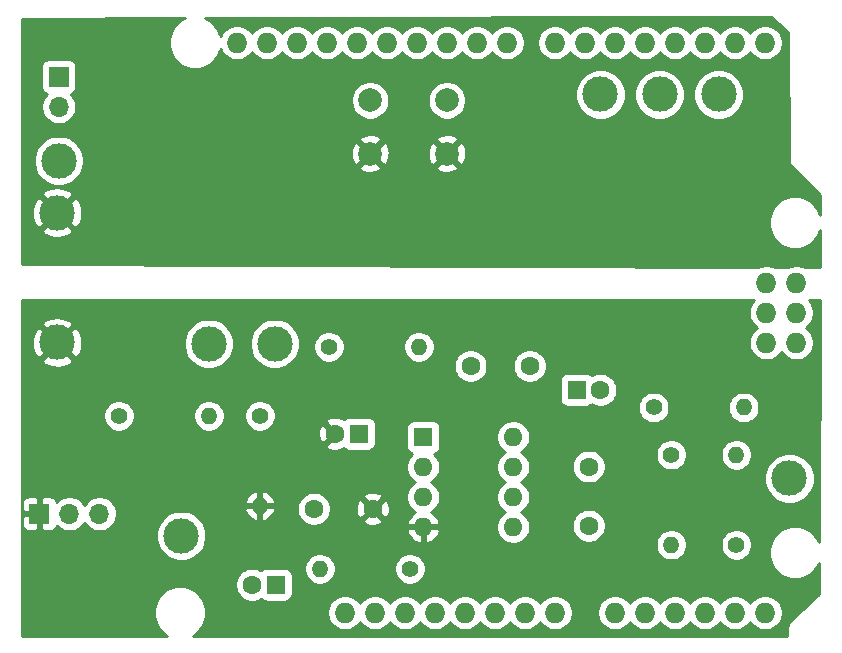
<source format=gbr>
%TF.GenerationSoftware,KiCad,Pcbnew,(5.1.5)-3*%
%TF.CreationDate,2020-05-16T12:13:26+02:00*%
%TF.ProjectId,30_PCB,33305f50-4342-42e6-9b69-6361645f7063,V1.1*%
%TF.SameCoordinates,Original*%
%TF.FileFunction,Copper,L2,Inr*%
%TF.FilePolarity,Positive*%
%FSLAX46Y46*%
G04 Gerber Fmt 4.6, Leading zero omitted, Abs format (unit mm)*
G04 Created by KiCad (PCBNEW (5.1.5)-3) date 2020-05-16 12:13:26*
%MOMM*%
%LPD*%
G04 APERTURE LIST*
%ADD10O,1.727200X1.727200*%
%ADD11R,1.700000X1.700000*%
%ADD12O,1.700000X1.700000*%
%ADD13C,3.000000*%
%ADD14R,1.600000X1.600000*%
%ADD15C,1.600000*%
%ADD16C,1.400000*%
%ADD17O,1.400000X1.400000*%
%ADD18C,2.000000*%
%ADD19O,1.600000X1.600000*%
%ADD20C,0.254000*%
G04 APERTURE END LIST*
D10*
X132052001Y-80935001D03*
X131925001Y-108875001D03*
X129385001Y-108875001D03*
X126845001Y-108875001D03*
X124305001Y-108875001D03*
X121765001Y-108875001D03*
X96365001Y-108875001D03*
X102461001Y-60615001D03*
X99921001Y-60615001D03*
X97381001Y-60615001D03*
X92301001Y-60615001D03*
X89761001Y-60615001D03*
X87221001Y-60615001D03*
X105001001Y-60615001D03*
X107541001Y-60615001D03*
X110081001Y-60615001D03*
X94841001Y-60615001D03*
X114145001Y-60615001D03*
X116685001Y-60615001D03*
X119225001Y-60615001D03*
X121765001Y-60615001D03*
X124305001Y-60615001D03*
X126845001Y-60615001D03*
X129385001Y-60615001D03*
X131925001Y-60615001D03*
X98905001Y-108875001D03*
X101445001Y-108875001D03*
X103985001Y-108875001D03*
X106525001Y-108875001D03*
X109065001Y-108875001D03*
X111605001Y-108875001D03*
X114145001Y-108875001D03*
X119225001Y-108875001D03*
X134592001Y-80935001D03*
X132052001Y-83475001D03*
X134592001Y-83475001D03*
X134592001Y-86015001D03*
X132052001Y-86015001D03*
D11*
X70500000Y-100500000D03*
D12*
X73040000Y-100500000D03*
X75580000Y-100500000D03*
D13*
X72000000Y-75000000D03*
X72136000Y-70612000D03*
X118000000Y-65000000D03*
X123000000Y-65000000D03*
X128000000Y-65000000D03*
D14*
X97536000Y-93726000D03*
D15*
X95536000Y-93726000D03*
X88500000Y-106500000D03*
D14*
X90500000Y-106500000D03*
D15*
X112000000Y-88000000D03*
X107000000Y-88000000D03*
X93726000Y-100076000D03*
X98726000Y-100076000D03*
D14*
X116000000Y-90000000D03*
D15*
X118000000Y-90000000D03*
X117000000Y-96500000D03*
X117000000Y-101500000D03*
D13*
X72000000Y-86000000D03*
D11*
X72136000Y-63500000D03*
D12*
X72136000Y-66040000D03*
D16*
X77216000Y-92202000D03*
D17*
X84836000Y-92202000D03*
X89154000Y-99822000D03*
D16*
X89154000Y-92202000D03*
X101854000Y-105156000D03*
D17*
X94234000Y-105156000D03*
D16*
X94996000Y-86360000D03*
D17*
X102616000Y-86360000D03*
X130120000Y-91500000D03*
D16*
X122500000Y-91500000D03*
X124000000Y-95500000D03*
D17*
X124000000Y-103120000D03*
X129500000Y-95504000D03*
D16*
X129500000Y-103124000D03*
D13*
X84836000Y-86106000D03*
D18*
X98500000Y-70000000D03*
X98500000Y-65500000D03*
X105000000Y-70000000D03*
X105000000Y-65500000D03*
D14*
X103000000Y-94000000D03*
D19*
X110620000Y-101620000D03*
X103000000Y-96540000D03*
X110620000Y-99080000D03*
X103000000Y-99080000D03*
X110620000Y-96540000D03*
X103000000Y-101620000D03*
X110620000Y-94000000D03*
D13*
X82500000Y-102362000D03*
X90424000Y-86106000D03*
X134000000Y-97500000D03*
D20*
G36*
X133836263Y-59726835D02*
G01*
X133959632Y-70583331D01*
X133956808Y-70612000D01*
X133960368Y-70648147D01*
X133960411Y-70651916D01*
X133963553Y-70680487D01*
X133969551Y-70741382D01*
X133970649Y-70745002D01*
X133971063Y-70748766D01*
X133989513Y-70807190D01*
X134007290Y-70865792D01*
X134009074Y-70869130D01*
X134010214Y-70872739D01*
X134039686Y-70926402D01*
X134068575Y-70980450D01*
X134070978Y-70983378D01*
X134072798Y-70986692D01*
X134112182Y-71033585D01*
X134130386Y-71055766D01*
X134133044Y-71058424D01*
X134156411Y-71086246D01*
X134178893Y-71104273D01*
X136625987Y-73551368D01*
X136619764Y-75231498D01*
X136614111Y-75203076D01*
X136445632Y-74796332D01*
X136201039Y-74430272D01*
X135889730Y-74118963D01*
X135523670Y-73874370D01*
X135116926Y-73705891D01*
X134685129Y-73620001D01*
X134244873Y-73620001D01*
X133813076Y-73705891D01*
X133406332Y-73874370D01*
X133040272Y-74118963D01*
X132728963Y-74430272D01*
X132484370Y-74796332D01*
X132315891Y-75203076D01*
X132230001Y-75634873D01*
X132230001Y-76075129D01*
X132315891Y-76506926D01*
X132484370Y-76913670D01*
X132728963Y-77279730D01*
X133040272Y-77591039D01*
X133406332Y-77835632D01*
X133813076Y-78004111D01*
X134244873Y-78090001D01*
X134685129Y-78090001D01*
X135116926Y-78004111D01*
X135523670Y-77835632D01*
X135889730Y-77591039D01*
X136201039Y-77279730D01*
X136445632Y-76913670D01*
X136614111Y-76506926D01*
X136615058Y-76502164D01*
X136603485Y-79626946D01*
X135324704Y-79622227D01*
X135301854Y-79606959D01*
X135029126Y-79493991D01*
X134739600Y-79436401D01*
X134444402Y-79436401D01*
X134154876Y-79493991D01*
X133882148Y-79606959D01*
X133867346Y-79616849D01*
X132770599Y-79612802D01*
X132761854Y-79606959D01*
X132489126Y-79493991D01*
X132199600Y-79436401D01*
X131904402Y-79436401D01*
X131614876Y-79493991D01*
X131342148Y-79606959D01*
X131341296Y-79607528D01*
X68986000Y-79377435D01*
X68986000Y-76491653D01*
X70687952Y-76491653D01*
X70843962Y-76807214D01*
X71218745Y-76998020D01*
X71623551Y-77112044D01*
X72042824Y-77144902D01*
X72460451Y-77095334D01*
X72860383Y-76965243D01*
X73156038Y-76807214D01*
X73312048Y-76491653D01*
X72000000Y-75179605D01*
X70687952Y-76491653D01*
X68986000Y-76491653D01*
X68986000Y-75042824D01*
X69855098Y-75042824D01*
X69904666Y-75460451D01*
X70034757Y-75860383D01*
X70192786Y-76156038D01*
X70508347Y-76312048D01*
X71820395Y-75000000D01*
X72179605Y-75000000D01*
X73491653Y-76312048D01*
X73807214Y-76156038D01*
X73998020Y-75781255D01*
X74112044Y-75376449D01*
X74144902Y-74957176D01*
X74095334Y-74539549D01*
X73965243Y-74139617D01*
X73807214Y-73843962D01*
X73491653Y-73687952D01*
X72179605Y-75000000D01*
X71820395Y-75000000D01*
X70508347Y-73687952D01*
X70192786Y-73843962D01*
X70001980Y-74218745D01*
X69887956Y-74623551D01*
X69855098Y-75042824D01*
X68986000Y-75042824D01*
X68986000Y-73508347D01*
X70687952Y-73508347D01*
X72000000Y-74820395D01*
X73312048Y-73508347D01*
X73156038Y-73192786D01*
X72781255Y-73001980D01*
X72376449Y-72887956D01*
X71957176Y-72855098D01*
X71539549Y-72904666D01*
X71139617Y-73034757D01*
X70843962Y-73192786D01*
X70687952Y-73508347D01*
X68986000Y-73508347D01*
X68986000Y-70401721D01*
X70001000Y-70401721D01*
X70001000Y-70822279D01*
X70083047Y-71234756D01*
X70243988Y-71623302D01*
X70477637Y-71972983D01*
X70775017Y-72270363D01*
X71124698Y-72504012D01*
X71513244Y-72664953D01*
X71925721Y-72747000D01*
X72346279Y-72747000D01*
X72758756Y-72664953D01*
X73147302Y-72504012D01*
X73496983Y-72270363D01*
X73794363Y-71972983D01*
X74028012Y-71623302D01*
X74188953Y-71234756D01*
X74208713Y-71135413D01*
X97544192Y-71135413D01*
X97639956Y-71399814D01*
X97929571Y-71540704D01*
X98241108Y-71622384D01*
X98562595Y-71641718D01*
X98881675Y-71597961D01*
X99186088Y-71492795D01*
X99360044Y-71399814D01*
X99455808Y-71135413D01*
X104044192Y-71135413D01*
X104139956Y-71399814D01*
X104429571Y-71540704D01*
X104741108Y-71622384D01*
X105062595Y-71641718D01*
X105381675Y-71597961D01*
X105686088Y-71492795D01*
X105860044Y-71399814D01*
X105955808Y-71135413D01*
X105000000Y-70179605D01*
X104044192Y-71135413D01*
X99455808Y-71135413D01*
X98500000Y-70179605D01*
X97544192Y-71135413D01*
X74208713Y-71135413D01*
X74271000Y-70822279D01*
X74271000Y-70401721D01*
X74203544Y-70062595D01*
X96858282Y-70062595D01*
X96902039Y-70381675D01*
X97007205Y-70686088D01*
X97100186Y-70860044D01*
X97364587Y-70955808D01*
X98320395Y-70000000D01*
X98679605Y-70000000D01*
X99635413Y-70955808D01*
X99899814Y-70860044D01*
X100040704Y-70570429D01*
X100122384Y-70258892D01*
X100134189Y-70062595D01*
X103358282Y-70062595D01*
X103402039Y-70381675D01*
X103507205Y-70686088D01*
X103600186Y-70860044D01*
X103864587Y-70955808D01*
X104820395Y-70000000D01*
X105179605Y-70000000D01*
X106135413Y-70955808D01*
X106399814Y-70860044D01*
X106540704Y-70570429D01*
X106622384Y-70258892D01*
X106641718Y-69937405D01*
X106597961Y-69618325D01*
X106492795Y-69313912D01*
X106399814Y-69139956D01*
X106135413Y-69044192D01*
X105179605Y-70000000D01*
X104820395Y-70000000D01*
X103864587Y-69044192D01*
X103600186Y-69139956D01*
X103459296Y-69429571D01*
X103377616Y-69741108D01*
X103358282Y-70062595D01*
X100134189Y-70062595D01*
X100141718Y-69937405D01*
X100097961Y-69618325D01*
X99992795Y-69313912D01*
X99899814Y-69139956D01*
X99635413Y-69044192D01*
X98679605Y-70000000D01*
X98320395Y-70000000D01*
X97364587Y-69044192D01*
X97100186Y-69139956D01*
X96959296Y-69429571D01*
X96877616Y-69741108D01*
X96858282Y-70062595D01*
X74203544Y-70062595D01*
X74188953Y-69989244D01*
X74028012Y-69600698D01*
X73794363Y-69251017D01*
X73496983Y-68953637D01*
X73363711Y-68864587D01*
X97544192Y-68864587D01*
X98500000Y-69820395D01*
X99455808Y-68864587D01*
X104044192Y-68864587D01*
X105000000Y-69820395D01*
X105955808Y-68864587D01*
X105860044Y-68600186D01*
X105570429Y-68459296D01*
X105258892Y-68377616D01*
X104937405Y-68358282D01*
X104618325Y-68402039D01*
X104313912Y-68507205D01*
X104139956Y-68600186D01*
X104044192Y-68864587D01*
X99455808Y-68864587D01*
X99360044Y-68600186D01*
X99070429Y-68459296D01*
X98758892Y-68377616D01*
X98437405Y-68358282D01*
X98118325Y-68402039D01*
X97813912Y-68507205D01*
X97639956Y-68600186D01*
X97544192Y-68864587D01*
X73363711Y-68864587D01*
X73147302Y-68719988D01*
X72758756Y-68559047D01*
X72346279Y-68477000D01*
X71925721Y-68477000D01*
X71513244Y-68559047D01*
X71124698Y-68719988D01*
X70775017Y-68953637D01*
X70477637Y-69251017D01*
X70243988Y-69600698D01*
X70083047Y-69989244D01*
X70001000Y-70401721D01*
X68986000Y-70401721D01*
X68986000Y-62650000D01*
X70647928Y-62650000D01*
X70647928Y-64350000D01*
X70660188Y-64474482D01*
X70696498Y-64594180D01*
X70755463Y-64704494D01*
X70834815Y-64801185D01*
X70931506Y-64880537D01*
X71041820Y-64939502D01*
X71114380Y-64961513D01*
X70982525Y-65093368D01*
X70820010Y-65336589D01*
X70708068Y-65606842D01*
X70651000Y-65893740D01*
X70651000Y-66186260D01*
X70708068Y-66473158D01*
X70820010Y-66743411D01*
X70982525Y-66986632D01*
X71189368Y-67193475D01*
X71432589Y-67355990D01*
X71702842Y-67467932D01*
X71989740Y-67525000D01*
X72282260Y-67525000D01*
X72569158Y-67467932D01*
X72839411Y-67355990D01*
X73082632Y-67193475D01*
X73289475Y-66986632D01*
X73451990Y-66743411D01*
X73563932Y-66473158D01*
X73621000Y-66186260D01*
X73621000Y-65893740D01*
X73563932Y-65606842D01*
X73452975Y-65338967D01*
X96865000Y-65338967D01*
X96865000Y-65661033D01*
X96927832Y-65976912D01*
X97051082Y-66274463D01*
X97230013Y-66542252D01*
X97457748Y-66769987D01*
X97725537Y-66948918D01*
X98023088Y-67072168D01*
X98338967Y-67135000D01*
X98661033Y-67135000D01*
X98976912Y-67072168D01*
X99274463Y-66948918D01*
X99542252Y-66769987D01*
X99769987Y-66542252D01*
X99948918Y-66274463D01*
X100072168Y-65976912D01*
X100135000Y-65661033D01*
X100135000Y-65338967D01*
X103365000Y-65338967D01*
X103365000Y-65661033D01*
X103427832Y-65976912D01*
X103551082Y-66274463D01*
X103730013Y-66542252D01*
X103957748Y-66769987D01*
X104225537Y-66948918D01*
X104523088Y-67072168D01*
X104838967Y-67135000D01*
X105161033Y-67135000D01*
X105476912Y-67072168D01*
X105774463Y-66948918D01*
X106042252Y-66769987D01*
X106269987Y-66542252D01*
X106448918Y-66274463D01*
X106572168Y-65976912D01*
X106635000Y-65661033D01*
X106635000Y-65338967D01*
X106572168Y-65023088D01*
X106475504Y-64789721D01*
X115865000Y-64789721D01*
X115865000Y-65210279D01*
X115947047Y-65622756D01*
X116107988Y-66011302D01*
X116341637Y-66360983D01*
X116639017Y-66658363D01*
X116988698Y-66892012D01*
X117377244Y-67052953D01*
X117789721Y-67135000D01*
X118210279Y-67135000D01*
X118622756Y-67052953D01*
X119011302Y-66892012D01*
X119360983Y-66658363D01*
X119658363Y-66360983D01*
X119892012Y-66011302D01*
X120052953Y-65622756D01*
X120135000Y-65210279D01*
X120135000Y-64789721D01*
X120865000Y-64789721D01*
X120865000Y-65210279D01*
X120947047Y-65622756D01*
X121107988Y-66011302D01*
X121341637Y-66360983D01*
X121639017Y-66658363D01*
X121988698Y-66892012D01*
X122377244Y-67052953D01*
X122789721Y-67135000D01*
X123210279Y-67135000D01*
X123622756Y-67052953D01*
X124011302Y-66892012D01*
X124360983Y-66658363D01*
X124658363Y-66360983D01*
X124892012Y-66011302D01*
X125052953Y-65622756D01*
X125135000Y-65210279D01*
X125135000Y-64789721D01*
X125865000Y-64789721D01*
X125865000Y-65210279D01*
X125947047Y-65622756D01*
X126107988Y-66011302D01*
X126341637Y-66360983D01*
X126639017Y-66658363D01*
X126988698Y-66892012D01*
X127377244Y-67052953D01*
X127789721Y-67135000D01*
X128210279Y-67135000D01*
X128622756Y-67052953D01*
X129011302Y-66892012D01*
X129360983Y-66658363D01*
X129658363Y-66360983D01*
X129892012Y-66011302D01*
X130052953Y-65622756D01*
X130135000Y-65210279D01*
X130135000Y-64789721D01*
X130052953Y-64377244D01*
X129892012Y-63988698D01*
X129658363Y-63639017D01*
X129360983Y-63341637D01*
X129011302Y-63107988D01*
X128622756Y-62947047D01*
X128210279Y-62865000D01*
X127789721Y-62865000D01*
X127377244Y-62947047D01*
X126988698Y-63107988D01*
X126639017Y-63341637D01*
X126341637Y-63639017D01*
X126107988Y-63988698D01*
X125947047Y-64377244D01*
X125865000Y-64789721D01*
X125135000Y-64789721D01*
X125052953Y-64377244D01*
X124892012Y-63988698D01*
X124658363Y-63639017D01*
X124360983Y-63341637D01*
X124011302Y-63107988D01*
X123622756Y-62947047D01*
X123210279Y-62865000D01*
X122789721Y-62865000D01*
X122377244Y-62947047D01*
X121988698Y-63107988D01*
X121639017Y-63341637D01*
X121341637Y-63639017D01*
X121107988Y-63988698D01*
X120947047Y-64377244D01*
X120865000Y-64789721D01*
X120135000Y-64789721D01*
X120052953Y-64377244D01*
X119892012Y-63988698D01*
X119658363Y-63639017D01*
X119360983Y-63341637D01*
X119011302Y-63107988D01*
X118622756Y-62947047D01*
X118210279Y-62865000D01*
X117789721Y-62865000D01*
X117377244Y-62947047D01*
X116988698Y-63107988D01*
X116639017Y-63341637D01*
X116341637Y-63639017D01*
X116107988Y-63988698D01*
X115947047Y-64377244D01*
X115865000Y-64789721D01*
X106475504Y-64789721D01*
X106448918Y-64725537D01*
X106269987Y-64457748D01*
X106042252Y-64230013D01*
X105774463Y-64051082D01*
X105476912Y-63927832D01*
X105161033Y-63865000D01*
X104838967Y-63865000D01*
X104523088Y-63927832D01*
X104225537Y-64051082D01*
X103957748Y-64230013D01*
X103730013Y-64457748D01*
X103551082Y-64725537D01*
X103427832Y-65023088D01*
X103365000Y-65338967D01*
X100135000Y-65338967D01*
X100072168Y-65023088D01*
X99948918Y-64725537D01*
X99769987Y-64457748D01*
X99542252Y-64230013D01*
X99274463Y-64051082D01*
X98976912Y-63927832D01*
X98661033Y-63865000D01*
X98338967Y-63865000D01*
X98023088Y-63927832D01*
X97725537Y-64051082D01*
X97457748Y-64230013D01*
X97230013Y-64457748D01*
X97051082Y-64725537D01*
X96927832Y-65023088D01*
X96865000Y-65338967D01*
X73452975Y-65338967D01*
X73451990Y-65336589D01*
X73289475Y-65093368D01*
X73157620Y-64961513D01*
X73230180Y-64939502D01*
X73340494Y-64880537D01*
X73437185Y-64801185D01*
X73516537Y-64704494D01*
X73575502Y-64594180D01*
X73611812Y-64474482D01*
X73624072Y-64350000D01*
X73624072Y-62650000D01*
X73611812Y-62525518D01*
X73575502Y-62405820D01*
X73516537Y-62295506D01*
X73437185Y-62198815D01*
X73340494Y-62119463D01*
X73230180Y-62060498D01*
X73110482Y-62024188D01*
X72986000Y-62011928D01*
X71286000Y-62011928D01*
X71161518Y-62024188D01*
X71041820Y-62060498D01*
X70931506Y-62119463D01*
X70834815Y-62198815D01*
X70755463Y-62295506D01*
X70696498Y-62405820D01*
X70660188Y-62525518D01*
X70647928Y-62650000D01*
X68986000Y-62650000D01*
X68986000Y-58570699D01*
X82825950Y-58543401D01*
X82606332Y-58634370D01*
X82240272Y-58878963D01*
X81928963Y-59190272D01*
X81684370Y-59556332D01*
X81515891Y-59963076D01*
X81430001Y-60394873D01*
X81430001Y-60835129D01*
X81515891Y-61266926D01*
X81684370Y-61673670D01*
X81928963Y-62039730D01*
X82240272Y-62351039D01*
X82606332Y-62595632D01*
X83013076Y-62764111D01*
X83444873Y-62850001D01*
X83885129Y-62850001D01*
X84316926Y-62764111D01*
X84723670Y-62595632D01*
X85089730Y-62351039D01*
X85401039Y-62039730D01*
X85645632Y-61673670D01*
X85814111Y-61266926D01*
X85831907Y-61177461D01*
X85892959Y-61324854D01*
X86056962Y-61570303D01*
X86265699Y-61779040D01*
X86511148Y-61943043D01*
X86783876Y-62056011D01*
X87073402Y-62113601D01*
X87368600Y-62113601D01*
X87658126Y-62056011D01*
X87930854Y-61943043D01*
X88176303Y-61779040D01*
X88385040Y-61570303D01*
X88491001Y-61411720D01*
X88596962Y-61570303D01*
X88805699Y-61779040D01*
X89051148Y-61943043D01*
X89323876Y-62056011D01*
X89613402Y-62113601D01*
X89908600Y-62113601D01*
X90198126Y-62056011D01*
X90470854Y-61943043D01*
X90716303Y-61779040D01*
X90925040Y-61570303D01*
X91031001Y-61411720D01*
X91136962Y-61570303D01*
X91345699Y-61779040D01*
X91591148Y-61943043D01*
X91863876Y-62056011D01*
X92153402Y-62113601D01*
X92448600Y-62113601D01*
X92738126Y-62056011D01*
X93010854Y-61943043D01*
X93256303Y-61779040D01*
X93465040Y-61570303D01*
X93571001Y-61411720D01*
X93676962Y-61570303D01*
X93885699Y-61779040D01*
X94131148Y-61943043D01*
X94403876Y-62056011D01*
X94693402Y-62113601D01*
X94988600Y-62113601D01*
X95278126Y-62056011D01*
X95550854Y-61943043D01*
X95796303Y-61779040D01*
X96005040Y-61570303D01*
X96111001Y-61411720D01*
X96216962Y-61570303D01*
X96425699Y-61779040D01*
X96671148Y-61943043D01*
X96943876Y-62056011D01*
X97233402Y-62113601D01*
X97528600Y-62113601D01*
X97818126Y-62056011D01*
X98090854Y-61943043D01*
X98336303Y-61779040D01*
X98545040Y-61570303D01*
X98651001Y-61411720D01*
X98756962Y-61570303D01*
X98965699Y-61779040D01*
X99211148Y-61943043D01*
X99483876Y-62056011D01*
X99773402Y-62113601D01*
X100068600Y-62113601D01*
X100358126Y-62056011D01*
X100630854Y-61943043D01*
X100876303Y-61779040D01*
X101085040Y-61570303D01*
X101191001Y-61411720D01*
X101296962Y-61570303D01*
X101505699Y-61779040D01*
X101751148Y-61943043D01*
X102023876Y-62056011D01*
X102313402Y-62113601D01*
X102608600Y-62113601D01*
X102898126Y-62056011D01*
X103170854Y-61943043D01*
X103416303Y-61779040D01*
X103625040Y-61570303D01*
X103731001Y-61411720D01*
X103836962Y-61570303D01*
X104045699Y-61779040D01*
X104291148Y-61943043D01*
X104563876Y-62056011D01*
X104853402Y-62113601D01*
X105148600Y-62113601D01*
X105438126Y-62056011D01*
X105710854Y-61943043D01*
X105956303Y-61779040D01*
X106165040Y-61570303D01*
X106271001Y-61411720D01*
X106376962Y-61570303D01*
X106585699Y-61779040D01*
X106831148Y-61943043D01*
X107103876Y-62056011D01*
X107393402Y-62113601D01*
X107688600Y-62113601D01*
X107978126Y-62056011D01*
X108250854Y-61943043D01*
X108496303Y-61779040D01*
X108705040Y-61570303D01*
X108811001Y-61411720D01*
X108916962Y-61570303D01*
X109125699Y-61779040D01*
X109371148Y-61943043D01*
X109643876Y-62056011D01*
X109933402Y-62113601D01*
X110228600Y-62113601D01*
X110518126Y-62056011D01*
X110790854Y-61943043D01*
X111036303Y-61779040D01*
X111245040Y-61570303D01*
X111409043Y-61324854D01*
X111522011Y-61052126D01*
X111579601Y-60762600D01*
X111579601Y-60467402D01*
X112646401Y-60467402D01*
X112646401Y-60762600D01*
X112703991Y-61052126D01*
X112816959Y-61324854D01*
X112980962Y-61570303D01*
X113189699Y-61779040D01*
X113435148Y-61943043D01*
X113707876Y-62056011D01*
X113997402Y-62113601D01*
X114292600Y-62113601D01*
X114582126Y-62056011D01*
X114854854Y-61943043D01*
X115100303Y-61779040D01*
X115309040Y-61570303D01*
X115415001Y-61411720D01*
X115520962Y-61570303D01*
X115729699Y-61779040D01*
X115975148Y-61943043D01*
X116247876Y-62056011D01*
X116537402Y-62113601D01*
X116832600Y-62113601D01*
X117122126Y-62056011D01*
X117394854Y-61943043D01*
X117640303Y-61779040D01*
X117849040Y-61570303D01*
X117955001Y-61411720D01*
X118060962Y-61570303D01*
X118269699Y-61779040D01*
X118515148Y-61943043D01*
X118787876Y-62056011D01*
X119077402Y-62113601D01*
X119372600Y-62113601D01*
X119662126Y-62056011D01*
X119934854Y-61943043D01*
X120180303Y-61779040D01*
X120389040Y-61570303D01*
X120495001Y-61411720D01*
X120600962Y-61570303D01*
X120809699Y-61779040D01*
X121055148Y-61943043D01*
X121327876Y-62056011D01*
X121617402Y-62113601D01*
X121912600Y-62113601D01*
X122202126Y-62056011D01*
X122474854Y-61943043D01*
X122720303Y-61779040D01*
X122929040Y-61570303D01*
X123035001Y-61411720D01*
X123140962Y-61570303D01*
X123349699Y-61779040D01*
X123595148Y-61943043D01*
X123867876Y-62056011D01*
X124157402Y-62113601D01*
X124452600Y-62113601D01*
X124742126Y-62056011D01*
X125014854Y-61943043D01*
X125260303Y-61779040D01*
X125469040Y-61570303D01*
X125575001Y-61411720D01*
X125680962Y-61570303D01*
X125889699Y-61779040D01*
X126135148Y-61943043D01*
X126407876Y-62056011D01*
X126697402Y-62113601D01*
X126992600Y-62113601D01*
X127282126Y-62056011D01*
X127554854Y-61943043D01*
X127800303Y-61779040D01*
X128009040Y-61570303D01*
X128115001Y-61411720D01*
X128220962Y-61570303D01*
X128429699Y-61779040D01*
X128675148Y-61943043D01*
X128947876Y-62056011D01*
X129237402Y-62113601D01*
X129532600Y-62113601D01*
X129822126Y-62056011D01*
X130094854Y-61943043D01*
X130340303Y-61779040D01*
X130549040Y-61570303D01*
X130655001Y-61411720D01*
X130760962Y-61570303D01*
X130969699Y-61779040D01*
X131215148Y-61943043D01*
X131487876Y-62056011D01*
X131777402Y-62113601D01*
X132072600Y-62113601D01*
X132362126Y-62056011D01*
X132634854Y-61943043D01*
X132880303Y-61779040D01*
X133089040Y-61570303D01*
X133253043Y-61324854D01*
X133366011Y-61052126D01*
X133423601Y-60762600D01*
X133423601Y-60467402D01*
X133366011Y-60177876D01*
X133253043Y-59905148D01*
X133089040Y-59659699D01*
X132880303Y-59450962D01*
X132634854Y-59286959D01*
X132362126Y-59173991D01*
X132072600Y-59116401D01*
X131777402Y-59116401D01*
X131487876Y-59173991D01*
X131215148Y-59286959D01*
X130969699Y-59450962D01*
X130760962Y-59659699D01*
X130655001Y-59818282D01*
X130549040Y-59659699D01*
X130340303Y-59450962D01*
X130094854Y-59286959D01*
X129822126Y-59173991D01*
X129532600Y-59116401D01*
X129237402Y-59116401D01*
X128947876Y-59173991D01*
X128675148Y-59286959D01*
X128429699Y-59450962D01*
X128220962Y-59659699D01*
X128115001Y-59818282D01*
X128009040Y-59659699D01*
X127800303Y-59450962D01*
X127554854Y-59286959D01*
X127282126Y-59173991D01*
X126992600Y-59116401D01*
X126697402Y-59116401D01*
X126407876Y-59173991D01*
X126135148Y-59286959D01*
X125889699Y-59450962D01*
X125680962Y-59659699D01*
X125575001Y-59818282D01*
X125469040Y-59659699D01*
X125260303Y-59450962D01*
X125014854Y-59286959D01*
X124742126Y-59173991D01*
X124452600Y-59116401D01*
X124157402Y-59116401D01*
X123867876Y-59173991D01*
X123595148Y-59286959D01*
X123349699Y-59450962D01*
X123140962Y-59659699D01*
X123035001Y-59818282D01*
X122929040Y-59659699D01*
X122720303Y-59450962D01*
X122474854Y-59286959D01*
X122202126Y-59173991D01*
X121912600Y-59116401D01*
X121617402Y-59116401D01*
X121327876Y-59173991D01*
X121055148Y-59286959D01*
X120809699Y-59450962D01*
X120600962Y-59659699D01*
X120495001Y-59818282D01*
X120389040Y-59659699D01*
X120180303Y-59450962D01*
X119934854Y-59286959D01*
X119662126Y-59173991D01*
X119372600Y-59116401D01*
X119077402Y-59116401D01*
X118787876Y-59173991D01*
X118515148Y-59286959D01*
X118269699Y-59450962D01*
X118060962Y-59659699D01*
X117955001Y-59818282D01*
X117849040Y-59659699D01*
X117640303Y-59450962D01*
X117394854Y-59286959D01*
X117122126Y-59173991D01*
X116832600Y-59116401D01*
X116537402Y-59116401D01*
X116247876Y-59173991D01*
X115975148Y-59286959D01*
X115729699Y-59450962D01*
X115520962Y-59659699D01*
X115415001Y-59818282D01*
X115309040Y-59659699D01*
X115100303Y-59450962D01*
X114854854Y-59286959D01*
X114582126Y-59173991D01*
X114292600Y-59116401D01*
X113997402Y-59116401D01*
X113707876Y-59173991D01*
X113435148Y-59286959D01*
X113189699Y-59450962D01*
X112980962Y-59659699D01*
X112816959Y-59905148D01*
X112703991Y-60177876D01*
X112646401Y-60467402D01*
X111579601Y-60467402D01*
X111522011Y-60177876D01*
X111409043Y-59905148D01*
X111245040Y-59659699D01*
X111036303Y-59450962D01*
X110790854Y-59286959D01*
X110518126Y-59173991D01*
X110228600Y-59116401D01*
X109933402Y-59116401D01*
X109643876Y-59173991D01*
X109371148Y-59286959D01*
X109125699Y-59450962D01*
X108916962Y-59659699D01*
X108811001Y-59818282D01*
X108705040Y-59659699D01*
X108496303Y-59450962D01*
X108250854Y-59286959D01*
X107978126Y-59173991D01*
X107688600Y-59116401D01*
X107393402Y-59116401D01*
X107103876Y-59173991D01*
X106831148Y-59286959D01*
X106585699Y-59450962D01*
X106376962Y-59659699D01*
X106271001Y-59818282D01*
X106165040Y-59659699D01*
X105956303Y-59450962D01*
X105710854Y-59286959D01*
X105438126Y-59173991D01*
X105148600Y-59116401D01*
X104853402Y-59116401D01*
X104563876Y-59173991D01*
X104291148Y-59286959D01*
X104045699Y-59450962D01*
X103836962Y-59659699D01*
X103731001Y-59818282D01*
X103625040Y-59659699D01*
X103416303Y-59450962D01*
X103170854Y-59286959D01*
X102898126Y-59173991D01*
X102608600Y-59116401D01*
X102313402Y-59116401D01*
X102023876Y-59173991D01*
X101751148Y-59286959D01*
X101505699Y-59450962D01*
X101296962Y-59659699D01*
X101191001Y-59818282D01*
X101085040Y-59659699D01*
X100876303Y-59450962D01*
X100630854Y-59286959D01*
X100358126Y-59173991D01*
X100068600Y-59116401D01*
X99773402Y-59116401D01*
X99483876Y-59173991D01*
X99211148Y-59286959D01*
X98965699Y-59450962D01*
X98756962Y-59659699D01*
X98651001Y-59818282D01*
X98545040Y-59659699D01*
X98336303Y-59450962D01*
X98090854Y-59286959D01*
X97818126Y-59173991D01*
X97528600Y-59116401D01*
X97233402Y-59116401D01*
X96943876Y-59173991D01*
X96671148Y-59286959D01*
X96425699Y-59450962D01*
X96216962Y-59659699D01*
X96111001Y-59818282D01*
X96005040Y-59659699D01*
X95796303Y-59450962D01*
X95550854Y-59286959D01*
X95278126Y-59173991D01*
X94988600Y-59116401D01*
X94693402Y-59116401D01*
X94403876Y-59173991D01*
X94131148Y-59286959D01*
X93885699Y-59450962D01*
X93676962Y-59659699D01*
X93571001Y-59818282D01*
X93465040Y-59659699D01*
X93256303Y-59450962D01*
X93010854Y-59286959D01*
X92738126Y-59173991D01*
X92448600Y-59116401D01*
X92153402Y-59116401D01*
X91863876Y-59173991D01*
X91591148Y-59286959D01*
X91345699Y-59450962D01*
X91136962Y-59659699D01*
X91031001Y-59818282D01*
X90925040Y-59659699D01*
X90716303Y-59450962D01*
X90470854Y-59286959D01*
X90198126Y-59173991D01*
X89908600Y-59116401D01*
X89613402Y-59116401D01*
X89323876Y-59173991D01*
X89051148Y-59286959D01*
X88805699Y-59450962D01*
X88596962Y-59659699D01*
X88491001Y-59818282D01*
X88385040Y-59659699D01*
X88176303Y-59450962D01*
X87930854Y-59286959D01*
X87658126Y-59173991D01*
X87368600Y-59116401D01*
X87073402Y-59116401D01*
X86783876Y-59173991D01*
X86511148Y-59286959D01*
X86265699Y-59450962D01*
X86056962Y-59659699D01*
X85892959Y-59905148D01*
X85831907Y-60052541D01*
X85814111Y-59963076D01*
X85645632Y-59556332D01*
X85401039Y-59190272D01*
X85089730Y-58878963D01*
X84723670Y-58634370D01*
X84496099Y-58540107D01*
X132456375Y-58445511D01*
X133836263Y-59726835D01*
G37*
X133836263Y-59726835D02*
X133959632Y-70583331D01*
X133956808Y-70612000D01*
X133960368Y-70648147D01*
X133960411Y-70651916D01*
X133963553Y-70680487D01*
X133969551Y-70741382D01*
X133970649Y-70745002D01*
X133971063Y-70748766D01*
X133989513Y-70807190D01*
X134007290Y-70865792D01*
X134009074Y-70869130D01*
X134010214Y-70872739D01*
X134039686Y-70926402D01*
X134068575Y-70980450D01*
X134070978Y-70983378D01*
X134072798Y-70986692D01*
X134112182Y-71033585D01*
X134130386Y-71055766D01*
X134133044Y-71058424D01*
X134156411Y-71086246D01*
X134178893Y-71104273D01*
X136625987Y-73551368D01*
X136619764Y-75231498D01*
X136614111Y-75203076D01*
X136445632Y-74796332D01*
X136201039Y-74430272D01*
X135889730Y-74118963D01*
X135523670Y-73874370D01*
X135116926Y-73705891D01*
X134685129Y-73620001D01*
X134244873Y-73620001D01*
X133813076Y-73705891D01*
X133406332Y-73874370D01*
X133040272Y-74118963D01*
X132728963Y-74430272D01*
X132484370Y-74796332D01*
X132315891Y-75203076D01*
X132230001Y-75634873D01*
X132230001Y-76075129D01*
X132315891Y-76506926D01*
X132484370Y-76913670D01*
X132728963Y-77279730D01*
X133040272Y-77591039D01*
X133406332Y-77835632D01*
X133813076Y-78004111D01*
X134244873Y-78090001D01*
X134685129Y-78090001D01*
X135116926Y-78004111D01*
X135523670Y-77835632D01*
X135889730Y-77591039D01*
X136201039Y-77279730D01*
X136445632Y-76913670D01*
X136614111Y-76506926D01*
X136615058Y-76502164D01*
X136603485Y-79626946D01*
X135324704Y-79622227D01*
X135301854Y-79606959D01*
X135029126Y-79493991D01*
X134739600Y-79436401D01*
X134444402Y-79436401D01*
X134154876Y-79493991D01*
X133882148Y-79606959D01*
X133867346Y-79616849D01*
X132770599Y-79612802D01*
X132761854Y-79606959D01*
X132489126Y-79493991D01*
X132199600Y-79436401D01*
X131904402Y-79436401D01*
X131614876Y-79493991D01*
X131342148Y-79606959D01*
X131341296Y-79607528D01*
X68986000Y-79377435D01*
X68986000Y-76491653D01*
X70687952Y-76491653D01*
X70843962Y-76807214D01*
X71218745Y-76998020D01*
X71623551Y-77112044D01*
X72042824Y-77144902D01*
X72460451Y-77095334D01*
X72860383Y-76965243D01*
X73156038Y-76807214D01*
X73312048Y-76491653D01*
X72000000Y-75179605D01*
X70687952Y-76491653D01*
X68986000Y-76491653D01*
X68986000Y-75042824D01*
X69855098Y-75042824D01*
X69904666Y-75460451D01*
X70034757Y-75860383D01*
X70192786Y-76156038D01*
X70508347Y-76312048D01*
X71820395Y-75000000D01*
X72179605Y-75000000D01*
X73491653Y-76312048D01*
X73807214Y-76156038D01*
X73998020Y-75781255D01*
X74112044Y-75376449D01*
X74144902Y-74957176D01*
X74095334Y-74539549D01*
X73965243Y-74139617D01*
X73807214Y-73843962D01*
X73491653Y-73687952D01*
X72179605Y-75000000D01*
X71820395Y-75000000D01*
X70508347Y-73687952D01*
X70192786Y-73843962D01*
X70001980Y-74218745D01*
X69887956Y-74623551D01*
X69855098Y-75042824D01*
X68986000Y-75042824D01*
X68986000Y-73508347D01*
X70687952Y-73508347D01*
X72000000Y-74820395D01*
X73312048Y-73508347D01*
X73156038Y-73192786D01*
X72781255Y-73001980D01*
X72376449Y-72887956D01*
X71957176Y-72855098D01*
X71539549Y-72904666D01*
X71139617Y-73034757D01*
X70843962Y-73192786D01*
X70687952Y-73508347D01*
X68986000Y-73508347D01*
X68986000Y-70401721D01*
X70001000Y-70401721D01*
X70001000Y-70822279D01*
X70083047Y-71234756D01*
X70243988Y-71623302D01*
X70477637Y-71972983D01*
X70775017Y-72270363D01*
X71124698Y-72504012D01*
X71513244Y-72664953D01*
X71925721Y-72747000D01*
X72346279Y-72747000D01*
X72758756Y-72664953D01*
X73147302Y-72504012D01*
X73496983Y-72270363D01*
X73794363Y-71972983D01*
X74028012Y-71623302D01*
X74188953Y-71234756D01*
X74208713Y-71135413D01*
X97544192Y-71135413D01*
X97639956Y-71399814D01*
X97929571Y-71540704D01*
X98241108Y-71622384D01*
X98562595Y-71641718D01*
X98881675Y-71597961D01*
X99186088Y-71492795D01*
X99360044Y-71399814D01*
X99455808Y-71135413D01*
X104044192Y-71135413D01*
X104139956Y-71399814D01*
X104429571Y-71540704D01*
X104741108Y-71622384D01*
X105062595Y-71641718D01*
X105381675Y-71597961D01*
X105686088Y-71492795D01*
X105860044Y-71399814D01*
X105955808Y-71135413D01*
X105000000Y-70179605D01*
X104044192Y-71135413D01*
X99455808Y-71135413D01*
X98500000Y-70179605D01*
X97544192Y-71135413D01*
X74208713Y-71135413D01*
X74271000Y-70822279D01*
X74271000Y-70401721D01*
X74203544Y-70062595D01*
X96858282Y-70062595D01*
X96902039Y-70381675D01*
X97007205Y-70686088D01*
X97100186Y-70860044D01*
X97364587Y-70955808D01*
X98320395Y-70000000D01*
X98679605Y-70000000D01*
X99635413Y-70955808D01*
X99899814Y-70860044D01*
X100040704Y-70570429D01*
X100122384Y-70258892D01*
X100134189Y-70062595D01*
X103358282Y-70062595D01*
X103402039Y-70381675D01*
X103507205Y-70686088D01*
X103600186Y-70860044D01*
X103864587Y-70955808D01*
X104820395Y-70000000D01*
X105179605Y-70000000D01*
X106135413Y-70955808D01*
X106399814Y-70860044D01*
X106540704Y-70570429D01*
X106622384Y-70258892D01*
X106641718Y-69937405D01*
X106597961Y-69618325D01*
X106492795Y-69313912D01*
X106399814Y-69139956D01*
X106135413Y-69044192D01*
X105179605Y-70000000D01*
X104820395Y-70000000D01*
X103864587Y-69044192D01*
X103600186Y-69139956D01*
X103459296Y-69429571D01*
X103377616Y-69741108D01*
X103358282Y-70062595D01*
X100134189Y-70062595D01*
X100141718Y-69937405D01*
X100097961Y-69618325D01*
X99992795Y-69313912D01*
X99899814Y-69139956D01*
X99635413Y-69044192D01*
X98679605Y-70000000D01*
X98320395Y-70000000D01*
X97364587Y-69044192D01*
X97100186Y-69139956D01*
X96959296Y-69429571D01*
X96877616Y-69741108D01*
X96858282Y-70062595D01*
X74203544Y-70062595D01*
X74188953Y-69989244D01*
X74028012Y-69600698D01*
X73794363Y-69251017D01*
X73496983Y-68953637D01*
X73363711Y-68864587D01*
X97544192Y-68864587D01*
X98500000Y-69820395D01*
X99455808Y-68864587D01*
X104044192Y-68864587D01*
X105000000Y-69820395D01*
X105955808Y-68864587D01*
X105860044Y-68600186D01*
X105570429Y-68459296D01*
X105258892Y-68377616D01*
X104937405Y-68358282D01*
X104618325Y-68402039D01*
X104313912Y-68507205D01*
X104139956Y-68600186D01*
X104044192Y-68864587D01*
X99455808Y-68864587D01*
X99360044Y-68600186D01*
X99070429Y-68459296D01*
X98758892Y-68377616D01*
X98437405Y-68358282D01*
X98118325Y-68402039D01*
X97813912Y-68507205D01*
X97639956Y-68600186D01*
X97544192Y-68864587D01*
X73363711Y-68864587D01*
X73147302Y-68719988D01*
X72758756Y-68559047D01*
X72346279Y-68477000D01*
X71925721Y-68477000D01*
X71513244Y-68559047D01*
X71124698Y-68719988D01*
X70775017Y-68953637D01*
X70477637Y-69251017D01*
X70243988Y-69600698D01*
X70083047Y-69989244D01*
X70001000Y-70401721D01*
X68986000Y-70401721D01*
X68986000Y-62650000D01*
X70647928Y-62650000D01*
X70647928Y-64350000D01*
X70660188Y-64474482D01*
X70696498Y-64594180D01*
X70755463Y-64704494D01*
X70834815Y-64801185D01*
X70931506Y-64880537D01*
X71041820Y-64939502D01*
X71114380Y-64961513D01*
X70982525Y-65093368D01*
X70820010Y-65336589D01*
X70708068Y-65606842D01*
X70651000Y-65893740D01*
X70651000Y-66186260D01*
X70708068Y-66473158D01*
X70820010Y-66743411D01*
X70982525Y-66986632D01*
X71189368Y-67193475D01*
X71432589Y-67355990D01*
X71702842Y-67467932D01*
X71989740Y-67525000D01*
X72282260Y-67525000D01*
X72569158Y-67467932D01*
X72839411Y-67355990D01*
X73082632Y-67193475D01*
X73289475Y-66986632D01*
X73451990Y-66743411D01*
X73563932Y-66473158D01*
X73621000Y-66186260D01*
X73621000Y-65893740D01*
X73563932Y-65606842D01*
X73452975Y-65338967D01*
X96865000Y-65338967D01*
X96865000Y-65661033D01*
X96927832Y-65976912D01*
X97051082Y-66274463D01*
X97230013Y-66542252D01*
X97457748Y-66769987D01*
X97725537Y-66948918D01*
X98023088Y-67072168D01*
X98338967Y-67135000D01*
X98661033Y-67135000D01*
X98976912Y-67072168D01*
X99274463Y-66948918D01*
X99542252Y-66769987D01*
X99769987Y-66542252D01*
X99948918Y-66274463D01*
X100072168Y-65976912D01*
X100135000Y-65661033D01*
X100135000Y-65338967D01*
X103365000Y-65338967D01*
X103365000Y-65661033D01*
X103427832Y-65976912D01*
X103551082Y-66274463D01*
X103730013Y-66542252D01*
X103957748Y-66769987D01*
X104225537Y-66948918D01*
X104523088Y-67072168D01*
X104838967Y-67135000D01*
X105161033Y-67135000D01*
X105476912Y-67072168D01*
X105774463Y-66948918D01*
X106042252Y-66769987D01*
X106269987Y-66542252D01*
X106448918Y-66274463D01*
X106572168Y-65976912D01*
X106635000Y-65661033D01*
X106635000Y-65338967D01*
X106572168Y-65023088D01*
X106475504Y-64789721D01*
X115865000Y-64789721D01*
X115865000Y-65210279D01*
X115947047Y-65622756D01*
X116107988Y-66011302D01*
X116341637Y-66360983D01*
X116639017Y-66658363D01*
X116988698Y-66892012D01*
X117377244Y-67052953D01*
X117789721Y-67135000D01*
X118210279Y-67135000D01*
X118622756Y-67052953D01*
X119011302Y-66892012D01*
X119360983Y-66658363D01*
X119658363Y-66360983D01*
X119892012Y-66011302D01*
X120052953Y-65622756D01*
X120135000Y-65210279D01*
X120135000Y-64789721D01*
X120865000Y-64789721D01*
X120865000Y-65210279D01*
X120947047Y-65622756D01*
X121107988Y-66011302D01*
X121341637Y-66360983D01*
X121639017Y-66658363D01*
X121988698Y-66892012D01*
X122377244Y-67052953D01*
X122789721Y-67135000D01*
X123210279Y-67135000D01*
X123622756Y-67052953D01*
X124011302Y-66892012D01*
X124360983Y-66658363D01*
X124658363Y-66360983D01*
X124892012Y-66011302D01*
X125052953Y-65622756D01*
X125135000Y-65210279D01*
X125135000Y-64789721D01*
X125865000Y-64789721D01*
X125865000Y-65210279D01*
X125947047Y-65622756D01*
X126107988Y-66011302D01*
X126341637Y-66360983D01*
X126639017Y-66658363D01*
X126988698Y-66892012D01*
X127377244Y-67052953D01*
X127789721Y-67135000D01*
X128210279Y-67135000D01*
X128622756Y-67052953D01*
X129011302Y-66892012D01*
X129360983Y-66658363D01*
X129658363Y-66360983D01*
X129892012Y-66011302D01*
X130052953Y-65622756D01*
X130135000Y-65210279D01*
X130135000Y-64789721D01*
X130052953Y-64377244D01*
X129892012Y-63988698D01*
X129658363Y-63639017D01*
X129360983Y-63341637D01*
X129011302Y-63107988D01*
X128622756Y-62947047D01*
X128210279Y-62865000D01*
X127789721Y-62865000D01*
X127377244Y-62947047D01*
X126988698Y-63107988D01*
X126639017Y-63341637D01*
X126341637Y-63639017D01*
X126107988Y-63988698D01*
X125947047Y-64377244D01*
X125865000Y-64789721D01*
X125135000Y-64789721D01*
X125052953Y-64377244D01*
X124892012Y-63988698D01*
X124658363Y-63639017D01*
X124360983Y-63341637D01*
X124011302Y-63107988D01*
X123622756Y-62947047D01*
X123210279Y-62865000D01*
X122789721Y-62865000D01*
X122377244Y-62947047D01*
X121988698Y-63107988D01*
X121639017Y-63341637D01*
X121341637Y-63639017D01*
X121107988Y-63988698D01*
X120947047Y-64377244D01*
X120865000Y-64789721D01*
X120135000Y-64789721D01*
X120052953Y-64377244D01*
X119892012Y-63988698D01*
X119658363Y-63639017D01*
X119360983Y-63341637D01*
X119011302Y-63107988D01*
X118622756Y-62947047D01*
X118210279Y-62865000D01*
X117789721Y-62865000D01*
X117377244Y-62947047D01*
X116988698Y-63107988D01*
X116639017Y-63341637D01*
X116341637Y-63639017D01*
X116107988Y-63988698D01*
X115947047Y-64377244D01*
X115865000Y-64789721D01*
X106475504Y-64789721D01*
X106448918Y-64725537D01*
X106269987Y-64457748D01*
X106042252Y-64230013D01*
X105774463Y-64051082D01*
X105476912Y-63927832D01*
X105161033Y-63865000D01*
X104838967Y-63865000D01*
X104523088Y-63927832D01*
X104225537Y-64051082D01*
X103957748Y-64230013D01*
X103730013Y-64457748D01*
X103551082Y-64725537D01*
X103427832Y-65023088D01*
X103365000Y-65338967D01*
X100135000Y-65338967D01*
X100072168Y-65023088D01*
X99948918Y-64725537D01*
X99769987Y-64457748D01*
X99542252Y-64230013D01*
X99274463Y-64051082D01*
X98976912Y-63927832D01*
X98661033Y-63865000D01*
X98338967Y-63865000D01*
X98023088Y-63927832D01*
X97725537Y-64051082D01*
X97457748Y-64230013D01*
X97230013Y-64457748D01*
X97051082Y-64725537D01*
X96927832Y-65023088D01*
X96865000Y-65338967D01*
X73452975Y-65338967D01*
X73451990Y-65336589D01*
X73289475Y-65093368D01*
X73157620Y-64961513D01*
X73230180Y-64939502D01*
X73340494Y-64880537D01*
X73437185Y-64801185D01*
X73516537Y-64704494D01*
X73575502Y-64594180D01*
X73611812Y-64474482D01*
X73624072Y-64350000D01*
X73624072Y-62650000D01*
X73611812Y-62525518D01*
X73575502Y-62405820D01*
X73516537Y-62295506D01*
X73437185Y-62198815D01*
X73340494Y-62119463D01*
X73230180Y-62060498D01*
X73110482Y-62024188D01*
X72986000Y-62011928D01*
X71286000Y-62011928D01*
X71161518Y-62024188D01*
X71041820Y-62060498D01*
X70931506Y-62119463D01*
X70834815Y-62198815D01*
X70755463Y-62295506D01*
X70696498Y-62405820D01*
X70660188Y-62525518D01*
X70647928Y-62650000D01*
X68986000Y-62650000D01*
X68986000Y-58570699D01*
X82825950Y-58543401D01*
X82606332Y-58634370D01*
X82240272Y-58878963D01*
X81928963Y-59190272D01*
X81684370Y-59556332D01*
X81515891Y-59963076D01*
X81430001Y-60394873D01*
X81430001Y-60835129D01*
X81515891Y-61266926D01*
X81684370Y-61673670D01*
X81928963Y-62039730D01*
X82240272Y-62351039D01*
X82606332Y-62595632D01*
X83013076Y-62764111D01*
X83444873Y-62850001D01*
X83885129Y-62850001D01*
X84316926Y-62764111D01*
X84723670Y-62595632D01*
X85089730Y-62351039D01*
X85401039Y-62039730D01*
X85645632Y-61673670D01*
X85814111Y-61266926D01*
X85831907Y-61177461D01*
X85892959Y-61324854D01*
X86056962Y-61570303D01*
X86265699Y-61779040D01*
X86511148Y-61943043D01*
X86783876Y-62056011D01*
X87073402Y-62113601D01*
X87368600Y-62113601D01*
X87658126Y-62056011D01*
X87930854Y-61943043D01*
X88176303Y-61779040D01*
X88385040Y-61570303D01*
X88491001Y-61411720D01*
X88596962Y-61570303D01*
X88805699Y-61779040D01*
X89051148Y-61943043D01*
X89323876Y-62056011D01*
X89613402Y-62113601D01*
X89908600Y-62113601D01*
X90198126Y-62056011D01*
X90470854Y-61943043D01*
X90716303Y-61779040D01*
X90925040Y-61570303D01*
X91031001Y-61411720D01*
X91136962Y-61570303D01*
X91345699Y-61779040D01*
X91591148Y-61943043D01*
X91863876Y-62056011D01*
X92153402Y-62113601D01*
X92448600Y-62113601D01*
X92738126Y-62056011D01*
X93010854Y-61943043D01*
X93256303Y-61779040D01*
X93465040Y-61570303D01*
X93571001Y-61411720D01*
X93676962Y-61570303D01*
X93885699Y-61779040D01*
X94131148Y-61943043D01*
X94403876Y-62056011D01*
X94693402Y-62113601D01*
X94988600Y-62113601D01*
X95278126Y-62056011D01*
X95550854Y-61943043D01*
X95796303Y-61779040D01*
X96005040Y-61570303D01*
X96111001Y-61411720D01*
X96216962Y-61570303D01*
X96425699Y-61779040D01*
X96671148Y-61943043D01*
X96943876Y-62056011D01*
X97233402Y-62113601D01*
X97528600Y-62113601D01*
X97818126Y-62056011D01*
X98090854Y-61943043D01*
X98336303Y-61779040D01*
X98545040Y-61570303D01*
X98651001Y-61411720D01*
X98756962Y-61570303D01*
X98965699Y-61779040D01*
X99211148Y-61943043D01*
X99483876Y-62056011D01*
X99773402Y-62113601D01*
X100068600Y-62113601D01*
X100358126Y-62056011D01*
X100630854Y-61943043D01*
X100876303Y-61779040D01*
X101085040Y-61570303D01*
X101191001Y-61411720D01*
X101296962Y-61570303D01*
X101505699Y-61779040D01*
X101751148Y-61943043D01*
X102023876Y-62056011D01*
X102313402Y-62113601D01*
X102608600Y-62113601D01*
X102898126Y-62056011D01*
X103170854Y-61943043D01*
X103416303Y-61779040D01*
X103625040Y-61570303D01*
X103731001Y-61411720D01*
X103836962Y-61570303D01*
X104045699Y-61779040D01*
X104291148Y-61943043D01*
X104563876Y-62056011D01*
X104853402Y-62113601D01*
X105148600Y-62113601D01*
X105438126Y-62056011D01*
X105710854Y-61943043D01*
X105956303Y-61779040D01*
X106165040Y-61570303D01*
X106271001Y-61411720D01*
X106376962Y-61570303D01*
X106585699Y-61779040D01*
X106831148Y-61943043D01*
X107103876Y-62056011D01*
X107393402Y-62113601D01*
X107688600Y-62113601D01*
X107978126Y-62056011D01*
X108250854Y-61943043D01*
X108496303Y-61779040D01*
X108705040Y-61570303D01*
X108811001Y-61411720D01*
X108916962Y-61570303D01*
X109125699Y-61779040D01*
X109371148Y-61943043D01*
X109643876Y-62056011D01*
X109933402Y-62113601D01*
X110228600Y-62113601D01*
X110518126Y-62056011D01*
X110790854Y-61943043D01*
X111036303Y-61779040D01*
X111245040Y-61570303D01*
X111409043Y-61324854D01*
X111522011Y-61052126D01*
X111579601Y-60762600D01*
X111579601Y-60467402D01*
X112646401Y-60467402D01*
X112646401Y-60762600D01*
X112703991Y-61052126D01*
X112816959Y-61324854D01*
X112980962Y-61570303D01*
X113189699Y-61779040D01*
X113435148Y-61943043D01*
X113707876Y-62056011D01*
X113997402Y-62113601D01*
X114292600Y-62113601D01*
X114582126Y-62056011D01*
X114854854Y-61943043D01*
X115100303Y-61779040D01*
X115309040Y-61570303D01*
X115415001Y-61411720D01*
X115520962Y-61570303D01*
X115729699Y-61779040D01*
X115975148Y-61943043D01*
X116247876Y-62056011D01*
X116537402Y-62113601D01*
X116832600Y-62113601D01*
X117122126Y-62056011D01*
X117394854Y-61943043D01*
X117640303Y-61779040D01*
X117849040Y-61570303D01*
X117955001Y-61411720D01*
X118060962Y-61570303D01*
X118269699Y-61779040D01*
X118515148Y-61943043D01*
X118787876Y-62056011D01*
X119077402Y-62113601D01*
X119372600Y-62113601D01*
X119662126Y-62056011D01*
X119934854Y-61943043D01*
X120180303Y-61779040D01*
X120389040Y-61570303D01*
X120495001Y-61411720D01*
X120600962Y-61570303D01*
X120809699Y-61779040D01*
X121055148Y-61943043D01*
X121327876Y-62056011D01*
X121617402Y-62113601D01*
X121912600Y-62113601D01*
X122202126Y-62056011D01*
X122474854Y-61943043D01*
X122720303Y-61779040D01*
X122929040Y-61570303D01*
X123035001Y-61411720D01*
X123140962Y-61570303D01*
X123349699Y-61779040D01*
X123595148Y-61943043D01*
X123867876Y-62056011D01*
X124157402Y-62113601D01*
X124452600Y-62113601D01*
X124742126Y-62056011D01*
X125014854Y-61943043D01*
X125260303Y-61779040D01*
X125469040Y-61570303D01*
X125575001Y-61411720D01*
X125680962Y-61570303D01*
X125889699Y-61779040D01*
X126135148Y-61943043D01*
X126407876Y-62056011D01*
X126697402Y-62113601D01*
X126992600Y-62113601D01*
X127282126Y-62056011D01*
X127554854Y-61943043D01*
X127800303Y-61779040D01*
X128009040Y-61570303D01*
X128115001Y-61411720D01*
X128220962Y-61570303D01*
X128429699Y-61779040D01*
X128675148Y-61943043D01*
X128947876Y-62056011D01*
X129237402Y-62113601D01*
X129532600Y-62113601D01*
X129822126Y-62056011D01*
X130094854Y-61943043D01*
X130340303Y-61779040D01*
X130549040Y-61570303D01*
X130655001Y-61411720D01*
X130760962Y-61570303D01*
X130969699Y-61779040D01*
X131215148Y-61943043D01*
X131487876Y-62056011D01*
X131777402Y-62113601D01*
X132072600Y-62113601D01*
X132362126Y-62056011D01*
X132634854Y-61943043D01*
X132880303Y-61779040D01*
X133089040Y-61570303D01*
X133253043Y-61324854D01*
X133366011Y-61052126D01*
X133423601Y-60762600D01*
X133423601Y-60467402D01*
X133366011Y-60177876D01*
X133253043Y-59905148D01*
X133089040Y-59659699D01*
X132880303Y-59450962D01*
X132634854Y-59286959D01*
X132362126Y-59173991D01*
X132072600Y-59116401D01*
X131777402Y-59116401D01*
X131487876Y-59173991D01*
X131215148Y-59286959D01*
X130969699Y-59450962D01*
X130760962Y-59659699D01*
X130655001Y-59818282D01*
X130549040Y-59659699D01*
X130340303Y-59450962D01*
X130094854Y-59286959D01*
X129822126Y-59173991D01*
X129532600Y-59116401D01*
X129237402Y-59116401D01*
X128947876Y-59173991D01*
X128675148Y-59286959D01*
X128429699Y-59450962D01*
X128220962Y-59659699D01*
X128115001Y-59818282D01*
X128009040Y-59659699D01*
X127800303Y-59450962D01*
X127554854Y-59286959D01*
X127282126Y-59173991D01*
X126992600Y-59116401D01*
X126697402Y-59116401D01*
X126407876Y-59173991D01*
X126135148Y-59286959D01*
X125889699Y-59450962D01*
X125680962Y-59659699D01*
X125575001Y-59818282D01*
X125469040Y-59659699D01*
X125260303Y-59450962D01*
X125014854Y-59286959D01*
X124742126Y-59173991D01*
X124452600Y-59116401D01*
X124157402Y-59116401D01*
X123867876Y-59173991D01*
X123595148Y-59286959D01*
X123349699Y-59450962D01*
X123140962Y-59659699D01*
X123035001Y-59818282D01*
X122929040Y-59659699D01*
X122720303Y-59450962D01*
X122474854Y-59286959D01*
X122202126Y-59173991D01*
X121912600Y-59116401D01*
X121617402Y-59116401D01*
X121327876Y-59173991D01*
X121055148Y-59286959D01*
X120809699Y-59450962D01*
X120600962Y-59659699D01*
X120495001Y-59818282D01*
X120389040Y-59659699D01*
X120180303Y-59450962D01*
X119934854Y-59286959D01*
X119662126Y-59173991D01*
X119372600Y-59116401D01*
X119077402Y-59116401D01*
X118787876Y-59173991D01*
X118515148Y-59286959D01*
X118269699Y-59450962D01*
X118060962Y-59659699D01*
X117955001Y-59818282D01*
X117849040Y-59659699D01*
X117640303Y-59450962D01*
X117394854Y-59286959D01*
X117122126Y-59173991D01*
X116832600Y-59116401D01*
X116537402Y-59116401D01*
X116247876Y-59173991D01*
X115975148Y-59286959D01*
X115729699Y-59450962D01*
X115520962Y-59659699D01*
X115415001Y-59818282D01*
X115309040Y-59659699D01*
X115100303Y-59450962D01*
X114854854Y-59286959D01*
X114582126Y-59173991D01*
X114292600Y-59116401D01*
X113997402Y-59116401D01*
X113707876Y-59173991D01*
X113435148Y-59286959D01*
X113189699Y-59450962D01*
X112980962Y-59659699D01*
X112816959Y-59905148D01*
X112703991Y-60177876D01*
X112646401Y-60467402D01*
X111579601Y-60467402D01*
X111522011Y-60177876D01*
X111409043Y-59905148D01*
X111245040Y-59659699D01*
X111036303Y-59450962D01*
X110790854Y-59286959D01*
X110518126Y-59173991D01*
X110228600Y-59116401D01*
X109933402Y-59116401D01*
X109643876Y-59173991D01*
X109371148Y-59286959D01*
X109125699Y-59450962D01*
X108916962Y-59659699D01*
X108811001Y-59818282D01*
X108705040Y-59659699D01*
X108496303Y-59450962D01*
X108250854Y-59286959D01*
X107978126Y-59173991D01*
X107688600Y-59116401D01*
X107393402Y-59116401D01*
X107103876Y-59173991D01*
X106831148Y-59286959D01*
X106585699Y-59450962D01*
X106376962Y-59659699D01*
X106271001Y-59818282D01*
X106165040Y-59659699D01*
X105956303Y-59450962D01*
X105710854Y-59286959D01*
X105438126Y-59173991D01*
X105148600Y-59116401D01*
X104853402Y-59116401D01*
X104563876Y-59173991D01*
X104291148Y-59286959D01*
X104045699Y-59450962D01*
X103836962Y-59659699D01*
X103731001Y-59818282D01*
X103625040Y-59659699D01*
X103416303Y-59450962D01*
X103170854Y-59286959D01*
X102898126Y-59173991D01*
X102608600Y-59116401D01*
X102313402Y-59116401D01*
X102023876Y-59173991D01*
X101751148Y-59286959D01*
X101505699Y-59450962D01*
X101296962Y-59659699D01*
X101191001Y-59818282D01*
X101085040Y-59659699D01*
X100876303Y-59450962D01*
X100630854Y-59286959D01*
X100358126Y-59173991D01*
X100068600Y-59116401D01*
X99773402Y-59116401D01*
X99483876Y-59173991D01*
X99211148Y-59286959D01*
X98965699Y-59450962D01*
X98756962Y-59659699D01*
X98651001Y-59818282D01*
X98545040Y-59659699D01*
X98336303Y-59450962D01*
X98090854Y-59286959D01*
X97818126Y-59173991D01*
X97528600Y-59116401D01*
X97233402Y-59116401D01*
X96943876Y-59173991D01*
X96671148Y-59286959D01*
X96425699Y-59450962D01*
X96216962Y-59659699D01*
X96111001Y-59818282D01*
X96005040Y-59659699D01*
X95796303Y-59450962D01*
X95550854Y-59286959D01*
X95278126Y-59173991D01*
X94988600Y-59116401D01*
X94693402Y-59116401D01*
X94403876Y-59173991D01*
X94131148Y-59286959D01*
X93885699Y-59450962D01*
X93676962Y-59659699D01*
X93571001Y-59818282D01*
X93465040Y-59659699D01*
X93256303Y-59450962D01*
X93010854Y-59286959D01*
X92738126Y-59173991D01*
X92448600Y-59116401D01*
X92153402Y-59116401D01*
X91863876Y-59173991D01*
X91591148Y-59286959D01*
X91345699Y-59450962D01*
X91136962Y-59659699D01*
X91031001Y-59818282D01*
X90925040Y-59659699D01*
X90716303Y-59450962D01*
X90470854Y-59286959D01*
X90198126Y-59173991D01*
X89908600Y-59116401D01*
X89613402Y-59116401D01*
X89323876Y-59173991D01*
X89051148Y-59286959D01*
X88805699Y-59450962D01*
X88596962Y-59659699D01*
X88491001Y-59818282D01*
X88385040Y-59659699D01*
X88176303Y-59450962D01*
X87930854Y-59286959D01*
X87658126Y-59173991D01*
X87368600Y-59116401D01*
X87073402Y-59116401D01*
X86783876Y-59173991D01*
X86511148Y-59286959D01*
X86265699Y-59450962D01*
X86056962Y-59659699D01*
X85892959Y-59905148D01*
X85831907Y-60052541D01*
X85814111Y-59963076D01*
X85645632Y-59556332D01*
X85401039Y-59190272D01*
X85089730Y-58878963D01*
X84723670Y-58634370D01*
X84496099Y-58540107D01*
X132456375Y-58445511D01*
X133836263Y-59726835D01*
G36*
X130887962Y-82519699D02*
G01*
X130723959Y-82765148D01*
X130610991Y-83037876D01*
X130553401Y-83327402D01*
X130553401Y-83622600D01*
X130610991Y-83912126D01*
X130723959Y-84184854D01*
X130887962Y-84430303D01*
X131096699Y-84639040D01*
X131255282Y-84745001D01*
X131096699Y-84850962D01*
X130887962Y-85059699D01*
X130723959Y-85305148D01*
X130610991Y-85577876D01*
X130553401Y-85867402D01*
X130553401Y-86162600D01*
X130610991Y-86452126D01*
X130723959Y-86724854D01*
X130887962Y-86970303D01*
X131096699Y-87179040D01*
X131342148Y-87343043D01*
X131614876Y-87456011D01*
X131904402Y-87513601D01*
X132199600Y-87513601D01*
X132489126Y-87456011D01*
X132761854Y-87343043D01*
X133007303Y-87179040D01*
X133216040Y-86970303D01*
X133322001Y-86811720D01*
X133427962Y-86970303D01*
X133636699Y-87179040D01*
X133882148Y-87343043D01*
X134154876Y-87456011D01*
X134444402Y-87513601D01*
X134739600Y-87513601D01*
X135029126Y-87456011D01*
X135301854Y-87343043D01*
X135547303Y-87179040D01*
X135756040Y-86970303D01*
X135920043Y-86724854D01*
X136033011Y-86452126D01*
X136090601Y-86162600D01*
X136090601Y-85867402D01*
X136033011Y-85577876D01*
X135920043Y-85305148D01*
X135756040Y-85059699D01*
X135547303Y-84850962D01*
X135388720Y-84745001D01*
X135547303Y-84639040D01*
X135756040Y-84430303D01*
X135920043Y-84184854D01*
X136033011Y-83912126D01*
X136090601Y-83622600D01*
X136090601Y-83327402D01*
X136033011Y-83037876D01*
X135920043Y-82765148D01*
X135756040Y-82519699D01*
X135659341Y-82423000D01*
X136593129Y-82423000D01*
X136517254Y-102909244D01*
X136445632Y-102736332D01*
X136201039Y-102370272D01*
X135889730Y-102058963D01*
X135523670Y-101814370D01*
X135116926Y-101645891D01*
X134685129Y-101560001D01*
X134244873Y-101560001D01*
X133813076Y-101645891D01*
X133406332Y-101814370D01*
X133040272Y-102058963D01*
X132728963Y-102370272D01*
X132484370Y-102736332D01*
X132315891Y-103143076D01*
X132230001Y-103574873D01*
X132230001Y-104015129D01*
X132315891Y-104446926D01*
X132484370Y-104853670D01*
X132728963Y-105219730D01*
X133040272Y-105531039D01*
X133406332Y-105775632D01*
X133813076Y-105944111D01*
X134244873Y-106030001D01*
X134685129Y-106030001D01*
X135116926Y-105944111D01*
X135523670Y-105775632D01*
X135889730Y-105531039D01*
X136201039Y-105219730D01*
X136445632Y-104853670D01*
X136510634Y-104696741D01*
X136501047Y-107285146D01*
X134055464Y-109614273D01*
X134024052Y-109640052D01*
X133987921Y-109684078D01*
X133950723Y-109727215D01*
X133946724Y-109734277D01*
X133941575Y-109740551D01*
X133914718Y-109790798D01*
X133886661Y-109840344D01*
X133884118Y-109848047D01*
X133880290Y-109855208D01*
X133863749Y-109909735D01*
X133845899Y-109963796D01*
X133844907Y-109971847D01*
X133842550Y-109979618D01*
X133836964Y-110036333D01*
X133830005Y-110092830D01*
X133833000Y-110133347D01*
X133833001Y-110846000D01*
X83468085Y-110846000D01*
X83819730Y-110611039D01*
X84131039Y-110299730D01*
X84375632Y-109933670D01*
X84544111Y-109526926D01*
X84630001Y-109095129D01*
X84630001Y-108727402D01*
X94866401Y-108727402D01*
X94866401Y-109022600D01*
X94923991Y-109312126D01*
X95036959Y-109584854D01*
X95200962Y-109830303D01*
X95409699Y-110039040D01*
X95655148Y-110203043D01*
X95927876Y-110316011D01*
X96217402Y-110373601D01*
X96512600Y-110373601D01*
X96802126Y-110316011D01*
X97074854Y-110203043D01*
X97320303Y-110039040D01*
X97529040Y-109830303D01*
X97635001Y-109671720D01*
X97740962Y-109830303D01*
X97949699Y-110039040D01*
X98195148Y-110203043D01*
X98467876Y-110316011D01*
X98757402Y-110373601D01*
X99052600Y-110373601D01*
X99342126Y-110316011D01*
X99614854Y-110203043D01*
X99860303Y-110039040D01*
X100069040Y-109830303D01*
X100175001Y-109671720D01*
X100280962Y-109830303D01*
X100489699Y-110039040D01*
X100735148Y-110203043D01*
X101007876Y-110316011D01*
X101297402Y-110373601D01*
X101592600Y-110373601D01*
X101882126Y-110316011D01*
X102154854Y-110203043D01*
X102400303Y-110039040D01*
X102609040Y-109830303D01*
X102715001Y-109671720D01*
X102820962Y-109830303D01*
X103029699Y-110039040D01*
X103275148Y-110203043D01*
X103547876Y-110316011D01*
X103837402Y-110373601D01*
X104132600Y-110373601D01*
X104422126Y-110316011D01*
X104694854Y-110203043D01*
X104940303Y-110039040D01*
X105149040Y-109830303D01*
X105255001Y-109671720D01*
X105360962Y-109830303D01*
X105569699Y-110039040D01*
X105815148Y-110203043D01*
X106087876Y-110316011D01*
X106377402Y-110373601D01*
X106672600Y-110373601D01*
X106962126Y-110316011D01*
X107234854Y-110203043D01*
X107480303Y-110039040D01*
X107689040Y-109830303D01*
X107795001Y-109671720D01*
X107900962Y-109830303D01*
X108109699Y-110039040D01*
X108355148Y-110203043D01*
X108627876Y-110316011D01*
X108917402Y-110373601D01*
X109212600Y-110373601D01*
X109502126Y-110316011D01*
X109774854Y-110203043D01*
X110020303Y-110039040D01*
X110229040Y-109830303D01*
X110335001Y-109671720D01*
X110440962Y-109830303D01*
X110649699Y-110039040D01*
X110895148Y-110203043D01*
X111167876Y-110316011D01*
X111457402Y-110373601D01*
X111752600Y-110373601D01*
X112042126Y-110316011D01*
X112314854Y-110203043D01*
X112560303Y-110039040D01*
X112769040Y-109830303D01*
X112875001Y-109671720D01*
X112980962Y-109830303D01*
X113189699Y-110039040D01*
X113435148Y-110203043D01*
X113707876Y-110316011D01*
X113997402Y-110373601D01*
X114292600Y-110373601D01*
X114582126Y-110316011D01*
X114854854Y-110203043D01*
X115100303Y-110039040D01*
X115309040Y-109830303D01*
X115473043Y-109584854D01*
X115586011Y-109312126D01*
X115643601Y-109022600D01*
X115643601Y-108727402D01*
X117726401Y-108727402D01*
X117726401Y-109022600D01*
X117783991Y-109312126D01*
X117896959Y-109584854D01*
X118060962Y-109830303D01*
X118269699Y-110039040D01*
X118515148Y-110203043D01*
X118787876Y-110316011D01*
X119077402Y-110373601D01*
X119372600Y-110373601D01*
X119662126Y-110316011D01*
X119934854Y-110203043D01*
X120180303Y-110039040D01*
X120389040Y-109830303D01*
X120495001Y-109671720D01*
X120600962Y-109830303D01*
X120809699Y-110039040D01*
X121055148Y-110203043D01*
X121327876Y-110316011D01*
X121617402Y-110373601D01*
X121912600Y-110373601D01*
X122202126Y-110316011D01*
X122474854Y-110203043D01*
X122720303Y-110039040D01*
X122929040Y-109830303D01*
X123035001Y-109671720D01*
X123140962Y-109830303D01*
X123349699Y-110039040D01*
X123595148Y-110203043D01*
X123867876Y-110316011D01*
X124157402Y-110373601D01*
X124452600Y-110373601D01*
X124742126Y-110316011D01*
X125014854Y-110203043D01*
X125260303Y-110039040D01*
X125469040Y-109830303D01*
X125575001Y-109671720D01*
X125680962Y-109830303D01*
X125889699Y-110039040D01*
X126135148Y-110203043D01*
X126407876Y-110316011D01*
X126697402Y-110373601D01*
X126992600Y-110373601D01*
X127282126Y-110316011D01*
X127554854Y-110203043D01*
X127800303Y-110039040D01*
X128009040Y-109830303D01*
X128115001Y-109671720D01*
X128220962Y-109830303D01*
X128429699Y-110039040D01*
X128675148Y-110203043D01*
X128947876Y-110316011D01*
X129237402Y-110373601D01*
X129532600Y-110373601D01*
X129822126Y-110316011D01*
X130094854Y-110203043D01*
X130340303Y-110039040D01*
X130549040Y-109830303D01*
X130655001Y-109671720D01*
X130760962Y-109830303D01*
X130969699Y-110039040D01*
X131215148Y-110203043D01*
X131487876Y-110316011D01*
X131777402Y-110373601D01*
X132072600Y-110373601D01*
X132362126Y-110316011D01*
X132634854Y-110203043D01*
X132880303Y-110039040D01*
X133089040Y-109830303D01*
X133253043Y-109584854D01*
X133366011Y-109312126D01*
X133423601Y-109022600D01*
X133423601Y-108727402D01*
X133366011Y-108437876D01*
X133253043Y-108165148D01*
X133089040Y-107919699D01*
X132880303Y-107710962D01*
X132634854Y-107546959D01*
X132362126Y-107433991D01*
X132072600Y-107376401D01*
X131777402Y-107376401D01*
X131487876Y-107433991D01*
X131215148Y-107546959D01*
X130969699Y-107710962D01*
X130760962Y-107919699D01*
X130655001Y-108078282D01*
X130549040Y-107919699D01*
X130340303Y-107710962D01*
X130094854Y-107546959D01*
X129822126Y-107433991D01*
X129532600Y-107376401D01*
X129237402Y-107376401D01*
X128947876Y-107433991D01*
X128675148Y-107546959D01*
X128429699Y-107710962D01*
X128220962Y-107919699D01*
X128115001Y-108078282D01*
X128009040Y-107919699D01*
X127800303Y-107710962D01*
X127554854Y-107546959D01*
X127282126Y-107433991D01*
X126992600Y-107376401D01*
X126697402Y-107376401D01*
X126407876Y-107433991D01*
X126135148Y-107546959D01*
X125889699Y-107710962D01*
X125680962Y-107919699D01*
X125575001Y-108078282D01*
X125469040Y-107919699D01*
X125260303Y-107710962D01*
X125014854Y-107546959D01*
X124742126Y-107433991D01*
X124452600Y-107376401D01*
X124157402Y-107376401D01*
X123867876Y-107433991D01*
X123595148Y-107546959D01*
X123349699Y-107710962D01*
X123140962Y-107919699D01*
X123035001Y-108078282D01*
X122929040Y-107919699D01*
X122720303Y-107710962D01*
X122474854Y-107546959D01*
X122202126Y-107433991D01*
X121912600Y-107376401D01*
X121617402Y-107376401D01*
X121327876Y-107433991D01*
X121055148Y-107546959D01*
X120809699Y-107710962D01*
X120600962Y-107919699D01*
X120495001Y-108078282D01*
X120389040Y-107919699D01*
X120180303Y-107710962D01*
X119934854Y-107546959D01*
X119662126Y-107433991D01*
X119372600Y-107376401D01*
X119077402Y-107376401D01*
X118787876Y-107433991D01*
X118515148Y-107546959D01*
X118269699Y-107710962D01*
X118060962Y-107919699D01*
X117896959Y-108165148D01*
X117783991Y-108437876D01*
X117726401Y-108727402D01*
X115643601Y-108727402D01*
X115586011Y-108437876D01*
X115473043Y-108165148D01*
X115309040Y-107919699D01*
X115100303Y-107710962D01*
X114854854Y-107546959D01*
X114582126Y-107433991D01*
X114292600Y-107376401D01*
X113997402Y-107376401D01*
X113707876Y-107433991D01*
X113435148Y-107546959D01*
X113189699Y-107710962D01*
X112980962Y-107919699D01*
X112875001Y-108078282D01*
X112769040Y-107919699D01*
X112560303Y-107710962D01*
X112314854Y-107546959D01*
X112042126Y-107433991D01*
X111752600Y-107376401D01*
X111457402Y-107376401D01*
X111167876Y-107433991D01*
X110895148Y-107546959D01*
X110649699Y-107710962D01*
X110440962Y-107919699D01*
X110335001Y-108078282D01*
X110229040Y-107919699D01*
X110020303Y-107710962D01*
X109774854Y-107546959D01*
X109502126Y-107433991D01*
X109212600Y-107376401D01*
X108917402Y-107376401D01*
X108627876Y-107433991D01*
X108355148Y-107546959D01*
X108109699Y-107710962D01*
X107900962Y-107919699D01*
X107795001Y-108078282D01*
X107689040Y-107919699D01*
X107480303Y-107710962D01*
X107234854Y-107546959D01*
X106962126Y-107433991D01*
X106672600Y-107376401D01*
X106377402Y-107376401D01*
X106087876Y-107433991D01*
X105815148Y-107546959D01*
X105569699Y-107710962D01*
X105360962Y-107919699D01*
X105255001Y-108078282D01*
X105149040Y-107919699D01*
X104940303Y-107710962D01*
X104694854Y-107546959D01*
X104422126Y-107433991D01*
X104132600Y-107376401D01*
X103837402Y-107376401D01*
X103547876Y-107433991D01*
X103275148Y-107546959D01*
X103029699Y-107710962D01*
X102820962Y-107919699D01*
X102715001Y-108078282D01*
X102609040Y-107919699D01*
X102400303Y-107710962D01*
X102154854Y-107546959D01*
X101882126Y-107433991D01*
X101592600Y-107376401D01*
X101297402Y-107376401D01*
X101007876Y-107433991D01*
X100735148Y-107546959D01*
X100489699Y-107710962D01*
X100280962Y-107919699D01*
X100175001Y-108078282D01*
X100069040Y-107919699D01*
X99860303Y-107710962D01*
X99614854Y-107546959D01*
X99342126Y-107433991D01*
X99052600Y-107376401D01*
X98757402Y-107376401D01*
X98467876Y-107433991D01*
X98195148Y-107546959D01*
X97949699Y-107710962D01*
X97740962Y-107919699D01*
X97635001Y-108078282D01*
X97529040Y-107919699D01*
X97320303Y-107710962D01*
X97074854Y-107546959D01*
X96802126Y-107433991D01*
X96512600Y-107376401D01*
X96217402Y-107376401D01*
X95927876Y-107433991D01*
X95655148Y-107546959D01*
X95409699Y-107710962D01*
X95200962Y-107919699D01*
X95036959Y-108165148D01*
X94923991Y-108437876D01*
X94866401Y-108727402D01*
X84630001Y-108727402D01*
X84630001Y-108654873D01*
X84544111Y-108223076D01*
X84375632Y-107816332D01*
X84131039Y-107450272D01*
X83819730Y-107138963D01*
X83453670Y-106894370D01*
X83046926Y-106725891D01*
X82615129Y-106640001D01*
X82174873Y-106640001D01*
X81743076Y-106725891D01*
X81336332Y-106894370D01*
X80970272Y-107138963D01*
X80658963Y-107450272D01*
X80414370Y-107816332D01*
X80245891Y-108223076D01*
X80160001Y-108654873D01*
X80160001Y-109095129D01*
X80245891Y-109526926D01*
X80414370Y-109933670D01*
X80658963Y-110299730D01*
X80970272Y-110611039D01*
X81321917Y-110846000D01*
X68986000Y-110846000D01*
X68986000Y-106358665D01*
X87065000Y-106358665D01*
X87065000Y-106641335D01*
X87120147Y-106918574D01*
X87228320Y-107179727D01*
X87385363Y-107414759D01*
X87585241Y-107614637D01*
X87820273Y-107771680D01*
X88081426Y-107879853D01*
X88358665Y-107935000D01*
X88641335Y-107935000D01*
X88918574Y-107879853D01*
X89179727Y-107771680D01*
X89235210Y-107734607D01*
X89248815Y-107751185D01*
X89345506Y-107830537D01*
X89455820Y-107889502D01*
X89575518Y-107925812D01*
X89700000Y-107938072D01*
X91300000Y-107938072D01*
X91424482Y-107925812D01*
X91544180Y-107889502D01*
X91654494Y-107830537D01*
X91751185Y-107751185D01*
X91830537Y-107654494D01*
X91889502Y-107544180D01*
X91925812Y-107424482D01*
X91938072Y-107300000D01*
X91938072Y-105700000D01*
X91925812Y-105575518D01*
X91889502Y-105455820D01*
X91830537Y-105345506D01*
X91751185Y-105248815D01*
X91654494Y-105169463D01*
X91544180Y-105110498D01*
X91424482Y-105074188D01*
X91300000Y-105061928D01*
X89700000Y-105061928D01*
X89575518Y-105074188D01*
X89455820Y-105110498D01*
X89345506Y-105169463D01*
X89248815Y-105248815D01*
X89235210Y-105265393D01*
X89179727Y-105228320D01*
X88918574Y-105120147D01*
X88641335Y-105065000D01*
X88358665Y-105065000D01*
X88081426Y-105120147D01*
X87820273Y-105228320D01*
X87585241Y-105385363D01*
X87385363Y-105585241D01*
X87228320Y-105820273D01*
X87120147Y-106081426D01*
X87065000Y-106358665D01*
X68986000Y-106358665D01*
X68986000Y-105024514D01*
X92899000Y-105024514D01*
X92899000Y-105287486D01*
X92950304Y-105545405D01*
X93050939Y-105788359D01*
X93197038Y-106007013D01*
X93382987Y-106192962D01*
X93601641Y-106339061D01*
X93844595Y-106439696D01*
X94102514Y-106491000D01*
X94365486Y-106491000D01*
X94623405Y-106439696D01*
X94866359Y-106339061D01*
X95085013Y-106192962D01*
X95270962Y-106007013D01*
X95417061Y-105788359D01*
X95517696Y-105545405D01*
X95569000Y-105287486D01*
X95569000Y-105024514D01*
X100519000Y-105024514D01*
X100519000Y-105287486D01*
X100570304Y-105545405D01*
X100670939Y-105788359D01*
X100817038Y-106007013D01*
X101002987Y-106192962D01*
X101221641Y-106339061D01*
X101464595Y-106439696D01*
X101722514Y-106491000D01*
X101985486Y-106491000D01*
X102243405Y-106439696D01*
X102486359Y-106339061D01*
X102705013Y-106192962D01*
X102890962Y-106007013D01*
X103037061Y-105788359D01*
X103137696Y-105545405D01*
X103189000Y-105287486D01*
X103189000Y-105024514D01*
X103137696Y-104766595D01*
X103037061Y-104523641D01*
X102890962Y-104304987D01*
X102705013Y-104119038D01*
X102486359Y-103972939D01*
X102243405Y-103872304D01*
X101985486Y-103821000D01*
X101722514Y-103821000D01*
X101464595Y-103872304D01*
X101221641Y-103972939D01*
X101002987Y-104119038D01*
X100817038Y-104304987D01*
X100670939Y-104523641D01*
X100570304Y-104766595D01*
X100519000Y-105024514D01*
X95569000Y-105024514D01*
X95517696Y-104766595D01*
X95417061Y-104523641D01*
X95270962Y-104304987D01*
X95085013Y-104119038D01*
X94866359Y-103972939D01*
X94623405Y-103872304D01*
X94365486Y-103821000D01*
X94102514Y-103821000D01*
X93844595Y-103872304D01*
X93601641Y-103972939D01*
X93382987Y-104119038D01*
X93197038Y-104304987D01*
X93050939Y-104523641D01*
X92950304Y-104766595D01*
X92899000Y-105024514D01*
X68986000Y-105024514D01*
X68986000Y-102151721D01*
X80365000Y-102151721D01*
X80365000Y-102572279D01*
X80447047Y-102984756D01*
X80607988Y-103373302D01*
X80841637Y-103722983D01*
X81139017Y-104020363D01*
X81488698Y-104254012D01*
X81877244Y-104414953D01*
X82289721Y-104497000D01*
X82710279Y-104497000D01*
X83122756Y-104414953D01*
X83511302Y-104254012D01*
X83860983Y-104020363D01*
X84158363Y-103722983D01*
X84392012Y-103373302D01*
X84552953Y-102984756D01*
X84635000Y-102572279D01*
X84635000Y-102151721D01*
X84598663Y-101969039D01*
X101608096Y-101969039D01*
X101648754Y-102103087D01*
X101768963Y-102357420D01*
X101936481Y-102583414D01*
X102144869Y-102772385D01*
X102386119Y-102917070D01*
X102650960Y-103011909D01*
X102873000Y-102890624D01*
X102873000Y-101747000D01*
X103127000Y-101747000D01*
X103127000Y-102890624D01*
X103349040Y-103011909D01*
X103613881Y-102917070D01*
X103855131Y-102772385D01*
X104063519Y-102583414D01*
X104231037Y-102357420D01*
X104351246Y-102103087D01*
X104391904Y-101969039D01*
X104269915Y-101747000D01*
X103127000Y-101747000D01*
X102873000Y-101747000D01*
X101730085Y-101747000D01*
X101608096Y-101969039D01*
X84598663Y-101969039D01*
X84552953Y-101739244D01*
X84392012Y-101350698D01*
X84158363Y-101001017D01*
X83860983Y-100703637D01*
X83511302Y-100469988D01*
X83122756Y-100309047D01*
X82710279Y-100227000D01*
X82289721Y-100227000D01*
X81877244Y-100309047D01*
X81488698Y-100469988D01*
X81139017Y-100703637D01*
X80841637Y-101001017D01*
X80607988Y-101350698D01*
X80447047Y-101739244D01*
X80365000Y-102151721D01*
X68986000Y-102151721D01*
X68986000Y-101350000D01*
X69011928Y-101350000D01*
X69024188Y-101474482D01*
X69060498Y-101594180D01*
X69119463Y-101704494D01*
X69198815Y-101801185D01*
X69295506Y-101880537D01*
X69405820Y-101939502D01*
X69525518Y-101975812D01*
X69650000Y-101988072D01*
X70214250Y-101985000D01*
X70373000Y-101826250D01*
X70373000Y-100627000D01*
X69173750Y-100627000D01*
X69015000Y-100785750D01*
X69011928Y-101350000D01*
X68986000Y-101350000D01*
X68986000Y-99650000D01*
X69011928Y-99650000D01*
X69015000Y-100214250D01*
X69173750Y-100373000D01*
X70373000Y-100373000D01*
X70373000Y-99173750D01*
X70627000Y-99173750D01*
X70627000Y-100373000D01*
X70647000Y-100373000D01*
X70647000Y-100627000D01*
X70627000Y-100627000D01*
X70627000Y-101826250D01*
X70785750Y-101985000D01*
X71350000Y-101988072D01*
X71474482Y-101975812D01*
X71594180Y-101939502D01*
X71704494Y-101880537D01*
X71801185Y-101801185D01*
X71880537Y-101704494D01*
X71939502Y-101594180D01*
X71961513Y-101521620D01*
X72093368Y-101653475D01*
X72336589Y-101815990D01*
X72606842Y-101927932D01*
X72893740Y-101985000D01*
X73186260Y-101985000D01*
X73473158Y-101927932D01*
X73743411Y-101815990D01*
X73986632Y-101653475D01*
X74193475Y-101446632D01*
X74310000Y-101272240D01*
X74426525Y-101446632D01*
X74633368Y-101653475D01*
X74876589Y-101815990D01*
X75146842Y-101927932D01*
X75433740Y-101985000D01*
X75726260Y-101985000D01*
X76013158Y-101927932D01*
X76283411Y-101815990D01*
X76526632Y-101653475D01*
X76733475Y-101446632D01*
X76895990Y-101203411D01*
X77007932Y-100933158D01*
X77065000Y-100646260D01*
X77065000Y-100353740D01*
X77025534Y-100155330D01*
X87861278Y-100155330D01*
X87951147Y-100401123D01*
X88087241Y-100624660D01*
X88264330Y-100817351D01*
X88475608Y-100971792D01*
X88712956Y-101082047D01*
X88820671Y-101114716D01*
X89027000Y-100991374D01*
X89027000Y-99949000D01*
X89281000Y-99949000D01*
X89281000Y-100991374D01*
X89487329Y-101114716D01*
X89595044Y-101082047D01*
X89832392Y-100971792D01*
X90043670Y-100817351D01*
X90220759Y-100624660D01*
X90356853Y-100401123D01*
X90446722Y-100155330D01*
X90324201Y-99949000D01*
X89281000Y-99949000D01*
X89027000Y-99949000D01*
X87983799Y-99949000D01*
X87861278Y-100155330D01*
X77025534Y-100155330D01*
X77007932Y-100066842D01*
X76953183Y-99934665D01*
X92291000Y-99934665D01*
X92291000Y-100217335D01*
X92346147Y-100494574D01*
X92454320Y-100755727D01*
X92611363Y-100990759D01*
X92811241Y-101190637D01*
X93046273Y-101347680D01*
X93307426Y-101455853D01*
X93584665Y-101511000D01*
X93867335Y-101511000D01*
X94144574Y-101455853D01*
X94405727Y-101347680D01*
X94640759Y-101190637D01*
X94762694Y-101068702D01*
X97912903Y-101068702D01*
X97984486Y-101312671D01*
X98239996Y-101433571D01*
X98514184Y-101502300D01*
X98796512Y-101516217D01*
X99076130Y-101474787D01*
X99342292Y-101379603D01*
X99467514Y-101312671D01*
X99539097Y-101068702D01*
X98726000Y-100255605D01*
X97912903Y-101068702D01*
X94762694Y-101068702D01*
X94840637Y-100990759D01*
X94997680Y-100755727D01*
X95105853Y-100494574D01*
X95161000Y-100217335D01*
X95161000Y-100146512D01*
X97285783Y-100146512D01*
X97327213Y-100426130D01*
X97422397Y-100692292D01*
X97489329Y-100817514D01*
X97733298Y-100889097D01*
X98546395Y-100076000D01*
X98905605Y-100076000D01*
X99718702Y-100889097D01*
X99962671Y-100817514D01*
X100083571Y-100562004D01*
X100152300Y-100287816D01*
X100166217Y-100005488D01*
X100124787Y-99725870D01*
X100029603Y-99459708D01*
X99962671Y-99334486D01*
X99718702Y-99262903D01*
X98905605Y-100076000D01*
X98546395Y-100076000D01*
X97733298Y-99262903D01*
X97489329Y-99334486D01*
X97368429Y-99589996D01*
X97299700Y-99864184D01*
X97285783Y-100146512D01*
X95161000Y-100146512D01*
X95161000Y-99934665D01*
X95105853Y-99657426D01*
X94997680Y-99396273D01*
X94840637Y-99161241D01*
X94762694Y-99083298D01*
X97912903Y-99083298D01*
X98726000Y-99896395D01*
X99539097Y-99083298D01*
X99467514Y-98839329D01*
X99212004Y-98718429D01*
X98937816Y-98649700D01*
X98655488Y-98635783D01*
X98375870Y-98677213D01*
X98109708Y-98772397D01*
X97984486Y-98839329D01*
X97912903Y-99083298D01*
X94762694Y-99083298D01*
X94640759Y-98961363D01*
X94405727Y-98804320D01*
X94144574Y-98696147D01*
X93867335Y-98641000D01*
X93584665Y-98641000D01*
X93307426Y-98696147D01*
X93046273Y-98804320D01*
X92811241Y-98961363D01*
X92611363Y-99161241D01*
X92454320Y-99396273D01*
X92346147Y-99657426D01*
X92291000Y-99934665D01*
X76953183Y-99934665D01*
X76895990Y-99796589D01*
X76733475Y-99553368D01*
X76668777Y-99488670D01*
X87861278Y-99488670D01*
X87983799Y-99695000D01*
X89027000Y-99695000D01*
X89027000Y-98652626D01*
X89281000Y-98652626D01*
X89281000Y-99695000D01*
X90324201Y-99695000D01*
X90446722Y-99488670D01*
X90356853Y-99242877D01*
X90220759Y-99019340D01*
X90043670Y-98826649D01*
X89832392Y-98672208D01*
X89595044Y-98561953D01*
X89487329Y-98529284D01*
X89281000Y-98652626D01*
X89027000Y-98652626D01*
X88820671Y-98529284D01*
X88712956Y-98561953D01*
X88475608Y-98672208D01*
X88264330Y-98826649D01*
X88087241Y-99019340D01*
X87951147Y-99242877D01*
X87861278Y-99488670D01*
X76668777Y-99488670D01*
X76526632Y-99346525D01*
X76283411Y-99184010D01*
X76013158Y-99072068D01*
X75726260Y-99015000D01*
X75433740Y-99015000D01*
X75146842Y-99072068D01*
X74876589Y-99184010D01*
X74633368Y-99346525D01*
X74426525Y-99553368D01*
X74310000Y-99727760D01*
X74193475Y-99553368D01*
X73986632Y-99346525D01*
X73743411Y-99184010D01*
X73473158Y-99072068D01*
X73186260Y-99015000D01*
X72893740Y-99015000D01*
X72606842Y-99072068D01*
X72336589Y-99184010D01*
X72093368Y-99346525D01*
X71961513Y-99478380D01*
X71939502Y-99405820D01*
X71880537Y-99295506D01*
X71801185Y-99198815D01*
X71704494Y-99119463D01*
X71594180Y-99060498D01*
X71474482Y-99024188D01*
X71350000Y-99011928D01*
X70785750Y-99015000D01*
X70627000Y-99173750D01*
X70373000Y-99173750D01*
X70214250Y-99015000D01*
X69650000Y-99011928D01*
X69525518Y-99024188D01*
X69405820Y-99060498D01*
X69295506Y-99119463D01*
X69198815Y-99198815D01*
X69119463Y-99295506D01*
X69060498Y-99405820D01*
X69024188Y-99525518D01*
X69011928Y-99650000D01*
X68986000Y-99650000D01*
X68986000Y-93796512D01*
X94095783Y-93796512D01*
X94137213Y-94076130D01*
X94232397Y-94342292D01*
X94299329Y-94467514D01*
X94543298Y-94539097D01*
X95356395Y-93726000D01*
X94543298Y-92912903D01*
X94299329Y-92984486D01*
X94178429Y-93239996D01*
X94109700Y-93514184D01*
X94095783Y-93796512D01*
X68986000Y-93796512D01*
X68986000Y-92070514D01*
X75881000Y-92070514D01*
X75881000Y-92333486D01*
X75932304Y-92591405D01*
X76032939Y-92834359D01*
X76179038Y-93053013D01*
X76364987Y-93238962D01*
X76583641Y-93385061D01*
X76826595Y-93485696D01*
X77084514Y-93537000D01*
X77347486Y-93537000D01*
X77605405Y-93485696D01*
X77848359Y-93385061D01*
X78067013Y-93238962D01*
X78252962Y-93053013D01*
X78399061Y-92834359D01*
X78499696Y-92591405D01*
X78551000Y-92333486D01*
X78551000Y-92070514D01*
X83501000Y-92070514D01*
X83501000Y-92333486D01*
X83552304Y-92591405D01*
X83652939Y-92834359D01*
X83799038Y-93053013D01*
X83984987Y-93238962D01*
X84203641Y-93385061D01*
X84446595Y-93485696D01*
X84704514Y-93537000D01*
X84967486Y-93537000D01*
X85225405Y-93485696D01*
X85468359Y-93385061D01*
X85687013Y-93238962D01*
X85872962Y-93053013D01*
X86019061Y-92834359D01*
X86119696Y-92591405D01*
X86171000Y-92333486D01*
X86171000Y-92070514D01*
X87819000Y-92070514D01*
X87819000Y-92333486D01*
X87870304Y-92591405D01*
X87970939Y-92834359D01*
X88117038Y-93053013D01*
X88302987Y-93238962D01*
X88521641Y-93385061D01*
X88764595Y-93485696D01*
X89022514Y-93537000D01*
X89285486Y-93537000D01*
X89543405Y-93485696D01*
X89786359Y-93385061D01*
X90005013Y-93238962D01*
X90190962Y-93053013D01*
X90337061Y-92834359D01*
X90378921Y-92733298D01*
X94722903Y-92733298D01*
X95536000Y-93546395D01*
X95550143Y-93532253D01*
X95729748Y-93711858D01*
X95715605Y-93726000D01*
X95729748Y-93740143D01*
X95550143Y-93919748D01*
X95536000Y-93905605D01*
X94722903Y-94718702D01*
X94794486Y-94962671D01*
X95049996Y-95083571D01*
X95324184Y-95152300D01*
X95606512Y-95166217D01*
X95886130Y-95124787D01*
X96152292Y-95029603D01*
X96274309Y-94964384D01*
X96284815Y-94977185D01*
X96381506Y-95056537D01*
X96491820Y-95115502D01*
X96611518Y-95151812D01*
X96736000Y-95164072D01*
X98336000Y-95164072D01*
X98460482Y-95151812D01*
X98580180Y-95115502D01*
X98690494Y-95056537D01*
X98787185Y-94977185D01*
X98866537Y-94880494D01*
X98925502Y-94770180D01*
X98961812Y-94650482D01*
X98974072Y-94526000D01*
X98974072Y-93200000D01*
X101561928Y-93200000D01*
X101561928Y-94800000D01*
X101574188Y-94924482D01*
X101610498Y-95044180D01*
X101669463Y-95154494D01*
X101748815Y-95251185D01*
X101845506Y-95330537D01*
X101955820Y-95389502D01*
X102075518Y-95425812D01*
X102083961Y-95426643D01*
X101885363Y-95625241D01*
X101728320Y-95860273D01*
X101620147Y-96121426D01*
X101565000Y-96398665D01*
X101565000Y-96681335D01*
X101620147Y-96958574D01*
X101728320Y-97219727D01*
X101885363Y-97454759D01*
X102085241Y-97654637D01*
X102317759Y-97810000D01*
X102085241Y-97965363D01*
X101885363Y-98165241D01*
X101728320Y-98400273D01*
X101620147Y-98661426D01*
X101565000Y-98938665D01*
X101565000Y-99221335D01*
X101620147Y-99498574D01*
X101728320Y-99759727D01*
X101885363Y-99994759D01*
X102085241Y-100194637D01*
X102320273Y-100351680D01*
X102330865Y-100356067D01*
X102144869Y-100467615D01*
X101936481Y-100656586D01*
X101768963Y-100882580D01*
X101648754Y-101136913D01*
X101608096Y-101270961D01*
X101730085Y-101493000D01*
X102873000Y-101493000D01*
X102873000Y-101473000D01*
X103127000Y-101473000D01*
X103127000Y-101493000D01*
X104269915Y-101493000D01*
X104391904Y-101270961D01*
X104351246Y-101136913D01*
X104231037Y-100882580D01*
X104063519Y-100656586D01*
X103855131Y-100467615D01*
X103669135Y-100356067D01*
X103679727Y-100351680D01*
X103914759Y-100194637D01*
X104114637Y-99994759D01*
X104271680Y-99759727D01*
X104379853Y-99498574D01*
X104435000Y-99221335D01*
X104435000Y-98938665D01*
X104379853Y-98661426D01*
X104271680Y-98400273D01*
X104114637Y-98165241D01*
X103914759Y-97965363D01*
X103682241Y-97810000D01*
X103914759Y-97654637D01*
X104114637Y-97454759D01*
X104271680Y-97219727D01*
X104379853Y-96958574D01*
X104435000Y-96681335D01*
X104435000Y-96398665D01*
X104379853Y-96121426D01*
X104271680Y-95860273D01*
X104114637Y-95625241D01*
X103916039Y-95426643D01*
X103924482Y-95425812D01*
X104044180Y-95389502D01*
X104154494Y-95330537D01*
X104251185Y-95251185D01*
X104330537Y-95154494D01*
X104389502Y-95044180D01*
X104425812Y-94924482D01*
X104438072Y-94800000D01*
X104438072Y-93858665D01*
X109185000Y-93858665D01*
X109185000Y-94141335D01*
X109240147Y-94418574D01*
X109348320Y-94679727D01*
X109505363Y-94914759D01*
X109705241Y-95114637D01*
X109937759Y-95270000D01*
X109705241Y-95425363D01*
X109505363Y-95625241D01*
X109348320Y-95860273D01*
X109240147Y-96121426D01*
X109185000Y-96398665D01*
X109185000Y-96681335D01*
X109240147Y-96958574D01*
X109348320Y-97219727D01*
X109505363Y-97454759D01*
X109705241Y-97654637D01*
X109937759Y-97810000D01*
X109705241Y-97965363D01*
X109505363Y-98165241D01*
X109348320Y-98400273D01*
X109240147Y-98661426D01*
X109185000Y-98938665D01*
X109185000Y-99221335D01*
X109240147Y-99498574D01*
X109348320Y-99759727D01*
X109505363Y-99994759D01*
X109705241Y-100194637D01*
X109937759Y-100350000D01*
X109705241Y-100505363D01*
X109505363Y-100705241D01*
X109348320Y-100940273D01*
X109240147Y-101201426D01*
X109185000Y-101478665D01*
X109185000Y-101761335D01*
X109240147Y-102038574D01*
X109348320Y-102299727D01*
X109505363Y-102534759D01*
X109705241Y-102734637D01*
X109940273Y-102891680D01*
X110201426Y-102999853D01*
X110478665Y-103055000D01*
X110761335Y-103055000D01*
X111038574Y-102999853D01*
X111065948Y-102988514D01*
X122665000Y-102988514D01*
X122665000Y-103251486D01*
X122716304Y-103509405D01*
X122816939Y-103752359D01*
X122963038Y-103971013D01*
X123148987Y-104156962D01*
X123367641Y-104303061D01*
X123610595Y-104403696D01*
X123868514Y-104455000D01*
X124131486Y-104455000D01*
X124389405Y-104403696D01*
X124632359Y-104303061D01*
X124851013Y-104156962D01*
X125036962Y-103971013D01*
X125183061Y-103752359D01*
X125283696Y-103509405D01*
X125335000Y-103251486D01*
X125335000Y-102992514D01*
X128165000Y-102992514D01*
X128165000Y-103255486D01*
X128216304Y-103513405D01*
X128316939Y-103756359D01*
X128463038Y-103975013D01*
X128648987Y-104160962D01*
X128867641Y-104307061D01*
X129110595Y-104407696D01*
X129368514Y-104459000D01*
X129631486Y-104459000D01*
X129889405Y-104407696D01*
X130132359Y-104307061D01*
X130351013Y-104160962D01*
X130536962Y-103975013D01*
X130683061Y-103756359D01*
X130783696Y-103513405D01*
X130835000Y-103255486D01*
X130835000Y-102992514D01*
X130783696Y-102734595D01*
X130683061Y-102491641D01*
X130536962Y-102272987D01*
X130351013Y-102087038D01*
X130132359Y-101940939D01*
X129889405Y-101840304D01*
X129631486Y-101789000D01*
X129368514Y-101789000D01*
X129110595Y-101840304D01*
X128867641Y-101940939D01*
X128648987Y-102087038D01*
X128463038Y-102272987D01*
X128316939Y-102491641D01*
X128216304Y-102734595D01*
X128165000Y-102992514D01*
X125335000Y-102992514D01*
X125335000Y-102988514D01*
X125283696Y-102730595D01*
X125183061Y-102487641D01*
X125036962Y-102268987D01*
X124851013Y-102083038D01*
X124632359Y-101936939D01*
X124389405Y-101836304D01*
X124131486Y-101785000D01*
X123868514Y-101785000D01*
X123610595Y-101836304D01*
X123367641Y-101936939D01*
X123148987Y-102083038D01*
X122963038Y-102268987D01*
X122816939Y-102487641D01*
X122716304Y-102730595D01*
X122665000Y-102988514D01*
X111065948Y-102988514D01*
X111299727Y-102891680D01*
X111534759Y-102734637D01*
X111734637Y-102534759D01*
X111891680Y-102299727D01*
X111999853Y-102038574D01*
X112055000Y-101761335D01*
X112055000Y-101478665D01*
X112031131Y-101358665D01*
X115565000Y-101358665D01*
X115565000Y-101641335D01*
X115620147Y-101918574D01*
X115728320Y-102179727D01*
X115885363Y-102414759D01*
X116085241Y-102614637D01*
X116320273Y-102771680D01*
X116581426Y-102879853D01*
X116858665Y-102935000D01*
X117141335Y-102935000D01*
X117418574Y-102879853D01*
X117679727Y-102771680D01*
X117914759Y-102614637D01*
X118114637Y-102414759D01*
X118271680Y-102179727D01*
X118379853Y-101918574D01*
X118435000Y-101641335D01*
X118435000Y-101358665D01*
X118379853Y-101081426D01*
X118271680Y-100820273D01*
X118114637Y-100585241D01*
X117914759Y-100385363D01*
X117679727Y-100228320D01*
X117418574Y-100120147D01*
X117141335Y-100065000D01*
X116858665Y-100065000D01*
X116581426Y-100120147D01*
X116320273Y-100228320D01*
X116085241Y-100385363D01*
X115885363Y-100585241D01*
X115728320Y-100820273D01*
X115620147Y-101081426D01*
X115565000Y-101358665D01*
X112031131Y-101358665D01*
X111999853Y-101201426D01*
X111891680Y-100940273D01*
X111734637Y-100705241D01*
X111534759Y-100505363D01*
X111302241Y-100350000D01*
X111534759Y-100194637D01*
X111734637Y-99994759D01*
X111891680Y-99759727D01*
X111999853Y-99498574D01*
X112055000Y-99221335D01*
X112055000Y-98938665D01*
X111999853Y-98661426D01*
X111891680Y-98400273D01*
X111734637Y-98165241D01*
X111534759Y-97965363D01*
X111302241Y-97810000D01*
X111534759Y-97654637D01*
X111734637Y-97454759D01*
X111891680Y-97219727D01*
X111999853Y-96958574D01*
X112055000Y-96681335D01*
X112055000Y-96398665D01*
X112047044Y-96358665D01*
X115565000Y-96358665D01*
X115565000Y-96641335D01*
X115620147Y-96918574D01*
X115728320Y-97179727D01*
X115885363Y-97414759D01*
X116085241Y-97614637D01*
X116320273Y-97771680D01*
X116581426Y-97879853D01*
X116858665Y-97935000D01*
X117141335Y-97935000D01*
X117418574Y-97879853D01*
X117679727Y-97771680D01*
X117914759Y-97614637D01*
X118114637Y-97414759D01*
X118198184Y-97289721D01*
X131865000Y-97289721D01*
X131865000Y-97710279D01*
X131947047Y-98122756D01*
X132107988Y-98511302D01*
X132341637Y-98860983D01*
X132639017Y-99158363D01*
X132988698Y-99392012D01*
X133377244Y-99552953D01*
X133789721Y-99635000D01*
X134210279Y-99635000D01*
X134622756Y-99552953D01*
X135011302Y-99392012D01*
X135360983Y-99158363D01*
X135658363Y-98860983D01*
X135892012Y-98511302D01*
X136052953Y-98122756D01*
X136135000Y-97710279D01*
X136135000Y-97289721D01*
X136052953Y-96877244D01*
X135892012Y-96488698D01*
X135658363Y-96139017D01*
X135360983Y-95841637D01*
X135011302Y-95607988D01*
X134622756Y-95447047D01*
X134210279Y-95365000D01*
X133789721Y-95365000D01*
X133377244Y-95447047D01*
X132988698Y-95607988D01*
X132639017Y-95841637D01*
X132341637Y-96139017D01*
X132107988Y-96488698D01*
X131947047Y-96877244D01*
X131865000Y-97289721D01*
X118198184Y-97289721D01*
X118271680Y-97179727D01*
X118379853Y-96918574D01*
X118435000Y-96641335D01*
X118435000Y-96358665D01*
X118379853Y-96081426D01*
X118271680Y-95820273D01*
X118114637Y-95585241D01*
X117914759Y-95385363D01*
X117889543Y-95368514D01*
X122665000Y-95368514D01*
X122665000Y-95631486D01*
X122716304Y-95889405D01*
X122816939Y-96132359D01*
X122963038Y-96351013D01*
X123148987Y-96536962D01*
X123367641Y-96683061D01*
X123610595Y-96783696D01*
X123868514Y-96835000D01*
X124131486Y-96835000D01*
X124389405Y-96783696D01*
X124632359Y-96683061D01*
X124851013Y-96536962D01*
X125036962Y-96351013D01*
X125183061Y-96132359D01*
X125283696Y-95889405D01*
X125335000Y-95631486D01*
X125335000Y-95372514D01*
X128165000Y-95372514D01*
X128165000Y-95635486D01*
X128216304Y-95893405D01*
X128316939Y-96136359D01*
X128463038Y-96355013D01*
X128648987Y-96540962D01*
X128867641Y-96687061D01*
X129110595Y-96787696D01*
X129368514Y-96839000D01*
X129631486Y-96839000D01*
X129889405Y-96787696D01*
X130132359Y-96687061D01*
X130351013Y-96540962D01*
X130536962Y-96355013D01*
X130683061Y-96136359D01*
X130783696Y-95893405D01*
X130835000Y-95635486D01*
X130835000Y-95372514D01*
X130783696Y-95114595D01*
X130683061Y-94871641D01*
X130536962Y-94652987D01*
X130351013Y-94467038D01*
X130132359Y-94320939D01*
X129889405Y-94220304D01*
X129631486Y-94169000D01*
X129368514Y-94169000D01*
X129110595Y-94220304D01*
X128867641Y-94320939D01*
X128648987Y-94467038D01*
X128463038Y-94652987D01*
X128316939Y-94871641D01*
X128216304Y-95114595D01*
X128165000Y-95372514D01*
X125335000Y-95372514D01*
X125335000Y-95368514D01*
X125283696Y-95110595D01*
X125183061Y-94867641D01*
X125036962Y-94648987D01*
X124851013Y-94463038D01*
X124632359Y-94316939D01*
X124389405Y-94216304D01*
X124131486Y-94165000D01*
X123868514Y-94165000D01*
X123610595Y-94216304D01*
X123367641Y-94316939D01*
X123148987Y-94463038D01*
X122963038Y-94648987D01*
X122816939Y-94867641D01*
X122716304Y-95110595D01*
X122665000Y-95368514D01*
X117889543Y-95368514D01*
X117679727Y-95228320D01*
X117418574Y-95120147D01*
X117141335Y-95065000D01*
X116858665Y-95065000D01*
X116581426Y-95120147D01*
X116320273Y-95228320D01*
X116085241Y-95385363D01*
X115885363Y-95585241D01*
X115728320Y-95820273D01*
X115620147Y-96081426D01*
X115565000Y-96358665D01*
X112047044Y-96358665D01*
X111999853Y-96121426D01*
X111891680Y-95860273D01*
X111734637Y-95625241D01*
X111534759Y-95425363D01*
X111302241Y-95270000D01*
X111534759Y-95114637D01*
X111734637Y-94914759D01*
X111891680Y-94679727D01*
X111999853Y-94418574D01*
X112055000Y-94141335D01*
X112055000Y-93858665D01*
X111999853Y-93581426D01*
X111891680Y-93320273D01*
X111734637Y-93085241D01*
X111534759Y-92885363D01*
X111299727Y-92728320D01*
X111038574Y-92620147D01*
X110761335Y-92565000D01*
X110478665Y-92565000D01*
X110201426Y-92620147D01*
X109940273Y-92728320D01*
X109705241Y-92885363D01*
X109505363Y-93085241D01*
X109348320Y-93320273D01*
X109240147Y-93581426D01*
X109185000Y-93858665D01*
X104438072Y-93858665D01*
X104438072Y-93200000D01*
X104425812Y-93075518D01*
X104389502Y-92955820D01*
X104330537Y-92845506D01*
X104251185Y-92748815D01*
X104154494Y-92669463D01*
X104044180Y-92610498D01*
X103924482Y-92574188D01*
X103800000Y-92561928D01*
X102200000Y-92561928D01*
X102075518Y-92574188D01*
X101955820Y-92610498D01*
X101845506Y-92669463D01*
X101748815Y-92748815D01*
X101669463Y-92845506D01*
X101610498Y-92955820D01*
X101574188Y-93075518D01*
X101561928Y-93200000D01*
X98974072Y-93200000D01*
X98974072Y-92926000D01*
X98961812Y-92801518D01*
X98925502Y-92681820D01*
X98866537Y-92571506D01*
X98787185Y-92474815D01*
X98690494Y-92395463D01*
X98580180Y-92336498D01*
X98460482Y-92300188D01*
X98336000Y-92287928D01*
X96736000Y-92287928D01*
X96611518Y-92300188D01*
X96491820Y-92336498D01*
X96381506Y-92395463D01*
X96284815Y-92474815D01*
X96274193Y-92487758D01*
X96022004Y-92368429D01*
X95747816Y-92299700D01*
X95465488Y-92285783D01*
X95185870Y-92327213D01*
X94919708Y-92422397D01*
X94794486Y-92489329D01*
X94722903Y-92733298D01*
X90378921Y-92733298D01*
X90437696Y-92591405D01*
X90489000Y-92333486D01*
X90489000Y-92070514D01*
X90437696Y-91812595D01*
X90337061Y-91569641D01*
X90190962Y-91350987D01*
X90005013Y-91165038D01*
X89786359Y-91018939D01*
X89543405Y-90918304D01*
X89285486Y-90867000D01*
X89022514Y-90867000D01*
X88764595Y-90918304D01*
X88521641Y-91018939D01*
X88302987Y-91165038D01*
X88117038Y-91350987D01*
X87970939Y-91569641D01*
X87870304Y-91812595D01*
X87819000Y-92070514D01*
X86171000Y-92070514D01*
X86119696Y-91812595D01*
X86019061Y-91569641D01*
X85872962Y-91350987D01*
X85687013Y-91165038D01*
X85468359Y-91018939D01*
X85225405Y-90918304D01*
X84967486Y-90867000D01*
X84704514Y-90867000D01*
X84446595Y-90918304D01*
X84203641Y-91018939D01*
X83984987Y-91165038D01*
X83799038Y-91350987D01*
X83652939Y-91569641D01*
X83552304Y-91812595D01*
X83501000Y-92070514D01*
X78551000Y-92070514D01*
X78499696Y-91812595D01*
X78399061Y-91569641D01*
X78252962Y-91350987D01*
X78067013Y-91165038D01*
X77848359Y-91018939D01*
X77605405Y-90918304D01*
X77347486Y-90867000D01*
X77084514Y-90867000D01*
X76826595Y-90918304D01*
X76583641Y-91018939D01*
X76364987Y-91165038D01*
X76179038Y-91350987D01*
X76032939Y-91569641D01*
X75932304Y-91812595D01*
X75881000Y-92070514D01*
X68986000Y-92070514D01*
X68986000Y-87491653D01*
X70687952Y-87491653D01*
X70843962Y-87807214D01*
X71218745Y-87998020D01*
X71623551Y-88112044D01*
X72042824Y-88144902D01*
X72460451Y-88095334D01*
X72860383Y-87965243D01*
X73156038Y-87807214D01*
X73312048Y-87491653D01*
X72000000Y-86179605D01*
X70687952Y-87491653D01*
X68986000Y-87491653D01*
X68986000Y-86042824D01*
X69855098Y-86042824D01*
X69904666Y-86460451D01*
X70034757Y-86860383D01*
X70192786Y-87156038D01*
X70508347Y-87312048D01*
X71820395Y-86000000D01*
X72179605Y-86000000D01*
X73491653Y-87312048D01*
X73807214Y-87156038D01*
X73998020Y-86781255D01*
X74112044Y-86376449D01*
X74144902Y-85957176D01*
X74137608Y-85895721D01*
X82701000Y-85895721D01*
X82701000Y-86316279D01*
X82783047Y-86728756D01*
X82943988Y-87117302D01*
X83177637Y-87466983D01*
X83475017Y-87764363D01*
X83824698Y-87998012D01*
X84213244Y-88158953D01*
X84625721Y-88241000D01*
X85046279Y-88241000D01*
X85458756Y-88158953D01*
X85847302Y-87998012D01*
X86196983Y-87764363D01*
X86494363Y-87466983D01*
X86728012Y-87117302D01*
X86888953Y-86728756D01*
X86971000Y-86316279D01*
X86971000Y-85895721D01*
X88289000Y-85895721D01*
X88289000Y-86316279D01*
X88371047Y-86728756D01*
X88531988Y-87117302D01*
X88765637Y-87466983D01*
X89063017Y-87764363D01*
X89412698Y-87998012D01*
X89801244Y-88158953D01*
X90213721Y-88241000D01*
X90634279Y-88241000D01*
X91046756Y-88158953D01*
X91435302Y-87998012D01*
X91643849Y-87858665D01*
X105565000Y-87858665D01*
X105565000Y-88141335D01*
X105620147Y-88418574D01*
X105728320Y-88679727D01*
X105885363Y-88914759D01*
X106085241Y-89114637D01*
X106320273Y-89271680D01*
X106581426Y-89379853D01*
X106858665Y-89435000D01*
X107141335Y-89435000D01*
X107418574Y-89379853D01*
X107679727Y-89271680D01*
X107914759Y-89114637D01*
X108114637Y-88914759D01*
X108271680Y-88679727D01*
X108379853Y-88418574D01*
X108435000Y-88141335D01*
X108435000Y-87858665D01*
X110565000Y-87858665D01*
X110565000Y-88141335D01*
X110620147Y-88418574D01*
X110728320Y-88679727D01*
X110885363Y-88914759D01*
X111085241Y-89114637D01*
X111320273Y-89271680D01*
X111581426Y-89379853D01*
X111858665Y-89435000D01*
X112141335Y-89435000D01*
X112418574Y-89379853D01*
X112679727Y-89271680D01*
X112787003Y-89200000D01*
X114561928Y-89200000D01*
X114561928Y-90800000D01*
X114574188Y-90924482D01*
X114610498Y-91044180D01*
X114669463Y-91154494D01*
X114748815Y-91251185D01*
X114845506Y-91330537D01*
X114955820Y-91389502D01*
X115075518Y-91425812D01*
X115200000Y-91438072D01*
X116800000Y-91438072D01*
X116924482Y-91425812D01*
X117044180Y-91389502D01*
X117154494Y-91330537D01*
X117251185Y-91251185D01*
X117264790Y-91234607D01*
X117320273Y-91271680D01*
X117581426Y-91379853D01*
X117858665Y-91435000D01*
X118141335Y-91435000D01*
X118418574Y-91379853D01*
X118445948Y-91368514D01*
X121165000Y-91368514D01*
X121165000Y-91631486D01*
X121216304Y-91889405D01*
X121316939Y-92132359D01*
X121463038Y-92351013D01*
X121648987Y-92536962D01*
X121867641Y-92683061D01*
X122110595Y-92783696D01*
X122368514Y-92835000D01*
X122631486Y-92835000D01*
X122889405Y-92783696D01*
X123132359Y-92683061D01*
X123351013Y-92536962D01*
X123536962Y-92351013D01*
X123683061Y-92132359D01*
X123783696Y-91889405D01*
X123835000Y-91631486D01*
X123835000Y-91368514D01*
X128785000Y-91368514D01*
X128785000Y-91631486D01*
X128836304Y-91889405D01*
X128936939Y-92132359D01*
X129083038Y-92351013D01*
X129268987Y-92536962D01*
X129487641Y-92683061D01*
X129730595Y-92783696D01*
X129988514Y-92835000D01*
X130251486Y-92835000D01*
X130509405Y-92783696D01*
X130752359Y-92683061D01*
X130971013Y-92536962D01*
X131156962Y-92351013D01*
X131303061Y-92132359D01*
X131403696Y-91889405D01*
X131455000Y-91631486D01*
X131455000Y-91368514D01*
X131403696Y-91110595D01*
X131303061Y-90867641D01*
X131156962Y-90648987D01*
X130971013Y-90463038D01*
X130752359Y-90316939D01*
X130509405Y-90216304D01*
X130251486Y-90165000D01*
X129988514Y-90165000D01*
X129730595Y-90216304D01*
X129487641Y-90316939D01*
X129268987Y-90463038D01*
X129083038Y-90648987D01*
X128936939Y-90867641D01*
X128836304Y-91110595D01*
X128785000Y-91368514D01*
X123835000Y-91368514D01*
X123783696Y-91110595D01*
X123683061Y-90867641D01*
X123536962Y-90648987D01*
X123351013Y-90463038D01*
X123132359Y-90316939D01*
X122889405Y-90216304D01*
X122631486Y-90165000D01*
X122368514Y-90165000D01*
X122110595Y-90216304D01*
X121867641Y-90316939D01*
X121648987Y-90463038D01*
X121463038Y-90648987D01*
X121316939Y-90867641D01*
X121216304Y-91110595D01*
X121165000Y-91368514D01*
X118445948Y-91368514D01*
X118679727Y-91271680D01*
X118914759Y-91114637D01*
X119114637Y-90914759D01*
X119271680Y-90679727D01*
X119379853Y-90418574D01*
X119435000Y-90141335D01*
X119435000Y-89858665D01*
X119379853Y-89581426D01*
X119271680Y-89320273D01*
X119114637Y-89085241D01*
X118914759Y-88885363D01*
X118679727Y-88728320D01*
X118418574Y-88620147D01*
X118141335Y-88565000D01*
X117858665Y-88565000D01*
X117581426Y-88620147D01*
X117320273Y-88728320D01*
X117264790Y-88765393D01*
X117251185Y-88748815D01*
X117154494Y-88669463D01*
X117044180Y-88610498D01*
X116924482Y-88574188D01*
X116800000Y-88561928D01*
X115200000Y-88561928D01*
X115075518Y-88574188D01*
X114955820Y-88610498D01*
X114845506Y-88669463D01*
X114748815Y-88748815D01*
X114669463Y-88845506D01*
X114610498Y-88955820D01*
X114574188Y-89075518D01*
X114561928Y-89200000D01*
X112787003Y-89200000D01*
X112914759Y-89114637D01*
X113114637Y-88914759D01*
X113271680Y-88679727D01*
X113379853Y-88418574D01*
X113435000Y-88141335D01*
X113435000Y-87858665D01*
X113379853Y-87581426D01*
X113271680Y-87320273D01*
X113114637Y-87085241D01*
X112914759Y-86885363D01*
X112679727Y-86728320D01*
X112418574Y-86620147D01*
X112141335Y-86565000D01*
X111858665Y-86565000D01*
X111581426Y-86620147D01*
X111320273Y-86728320D01*
X111085241Y-86885363D01*
X110885363Y-87085241D01*
X110728320Y-87320273D01*
X110620147Y-87581426D01*
X110565000Y-87858665D01*
X108435000Y-87858665D01*
X108379853Y-87581426D01*
X108271680Y-87320273D01*
X108114637Y-87085241D01*
X107914759Y-86885363D01*
X107679727Y-86728320D01*
X107418574Y-86620147D01*
X107141335Y-86565000D01*
X106858665Y-86565000D01*
X106581426Y-86620147D01*
X106320273Y-86728320D01*
X106085241Y-86885363D01*
X105885363Y-87085241D01*
X105728320Y-87320273D01*
X105620147Y-87581426D01*
X105565000Y-87858665D01*
X91643849Y-87858665D01*
X91784983Y-87764363D01*
X92082363Y-87466983D01*
X92316012Y-87117302D01*
X92476953Y-86728756D01*
X92559000Y-86316279D01*
X92559000Y-86228514D01*
X93661000Y-86228514D01*
X93661000Y-86491486D01*
X93712304Y-86749405D01*
X93812939Y-86992359D01*
X93959038Y-87211013D01*
X94144987Y-87396962D01*
X94363641Y-87543061D01*
X94606595Y-87643696D01*
X94864514Y-87695000D01*
X95127486Y-87695000D01*
X95385405Y-87643696D01*
X95628359Y-87543061D01*
X95847013Y-87396962D01*
X96032962Y-87211013D01*
X96179061Y-86992359D01*
X96279696Y-86749405D01*
X96331000Y-86491486D01*
X96331000Y-86228514D01*
X101281000Y-86228514D01*
X101281000Y-86491486D01*
X101332304Y-86749405D01*
X101432939Y-86992359D01*
X101579038Y-87211013D01*
X101764987Y-87396962D01*
X101983641Y-87543061D01*
X102226595Y-87643696D01*
X102484514Y-87695000D01*
X102747486Y-87695000D01*
X103005405Y-87643696D01*
X103248359Y-87543061D01*
X103467013Y-87396962D01*
X103652962Y-87211013D01*
X103799061Y-86992359D01*
X103899696Y-86749405D01*
X103951000Y-86491486D01*
X103951000Y-86228514D01*
X103899696Y-85970595D01*
X103799061Y-85727641D01*
X103652962Y-85508987D01*
X103467013Y-85323038D01*
X103248359Y-85176939D01*
X103005405Y-85076304D01*
X102747486Y-85025000D01*
X102484514Y-85025000D01*
X102226595Y-85076304D01*
X101983641Y-85176939D01*
X101764987Y-85323038D01*
X101579038Y-85508987D01*
X101432939Y-85727641D01*
X101332304Y-85970595D01*
X101281000Y-86228514D01*
X96331000Y-86228514D01*
X96279696Y-85970595D01*
X96179061Y-85727641D01*
X96032962Y-85508987D01*
X95847013Y-85323038D01*
X95628359Y-85176939D01*
X95385405Y-85076304D01*
X95127486Y-85025000D01*
X94864514Y-85025000D01*
X94606595Y-85076304D01*
X94363641Y-85176939D01*
X94144987Y-85323038D01*
X93959038Y-85508987D01*
X93812939Y-85727641D01*
X93712304Y-85970595D01*
X93661000Y-86228514D01*
X92559000Y-86228514D01*
X92559000Y-85895721D01*
X92476953Y-85483244D01*
X92316012Y-85094698D01*
X92082363Y-84745017D01*
X91784983Y-84447637D01*
X91435302Y-84213988D01*
X91046756Y-84053047D01*
X90634279Y-83971000D01*
X90213721Y-83971000D01*
X89801244Y-84053047D01*
X89412698Y-84213988D01*
X89063017Y-84447637D01*
X88765637Y-84745017D01*
X88531988Y-85094698D01*
X88371047Y-85483244D01*
X88289000Y-85895721D01*
X86971000Y-85895721D01*
X86888953Y-85483244D01*
X86728012Y-85094698D01*
X86494363Y-84745017D01*
X86196983Y-84447637D01*
X85847302Y-84213988D01*
X85458756Y-84053047D01*
X85046279Y-83971000D01*
X84625721Y-83971000D01*
X84213244Y-84053047D01*
X83824698Y-84213988D01*
X83475017Y-84447637D01*
X83177637Y-84745017D01*
X82943988Y-85094698D01*
X82783047Y-85483244D01*
X82701000Y-85895721D01*
X74137608Y-85895721D01*
X74095334Y-85539549D01*
X73965243Y-85139617D01*
X73807214Y-84843962D01*
X73491653Y-84687952D01*
X72179605Y-86000000D01*
X71820395Y-86000000D01*
X70508347Y-84687952D01*
X70192786Y-84843962D01*
X70001980Y-85218745D01*
X69887956Y-85623551D01*
X69855098Y-86042824D01*
X68986000Y-86042824D01*
X68986000Y-84508347D01*
X70687952Y-84508347D01*
X72000000Y-85820395D01*
X73312048Y-84508347D01*
X73156038Y-84192786D01*
X72781255Y-84001980D01*
X72376449Y-83887956D01*
X71957176Y-83855098D01*
X71539549Y-83904666D01*
X71139617Y-84034757D01*
X70843962Y-84192786D01*
X70687952Y-84508347D01*
X68986000Y-84508347D01*
X68986000Y-82423000D01*
X130984661Y-82423000D01*
X130887962Y-82519699D01*
G37*
X130887962Y-82519699D02*
X130723959Y-82765148D01*
X130610991Y-83037876D01*
X130553401Y-83327402D01*
X130553401Y-83622600D01*
X130610991Y-83912126D01*
X130723959Y-84184854D01*
X130887962Y-84430303D01*
X131096699Y-84639040D01*
X131255282Y-84745001D01*
X131096699Y-84850962D01*
X130887962Y-85059699D01*
X130723959Y-85305148D01*
X130610991Y-85577876D01*
X130553401Y-85867402D01*
X130553401Y-86162600D01*
X130610991Y-86452126D01*
X130723959Y-86724854D01*
X130887962Y-86970303D01*
X131096699Y-87179040D01*
X131342148Y-87343043D01*
X131614876Y-87456011D01*
X131904402Y-87513601D01*
X132199600Y-87513601D01*
X132489126Y-87456011D01*
X132761854Y-87343043D01*
X133007303Y-87179040D01*
X133216040Y-86970303D01*
X133322001Y-86811720D01*
X133427962Y-86970303D01*
X133636699Y-87179040D01*
X133882148Y-87343043D01*
X134154876Y-87456011D01*
X134444402Y-87513601D01*
X134739600Y-87513601D01*
X135029126Y-87456011D01*
X135301854Y-87343043D01*
X135547303Y-87179040D01*
X135756040Y-86970303D01*
X135920043Y-86724854D01*
X136033011Y-86452126D01*
X136090601Y-86162600D01*
X136090601Y-85867402D01*
X136033011Y-85577876D01*
X135920043Y-85305148D01*
X135756040Y-85059699D01*
X135547303Y-84850962D01*
X135388720Y-84745001D01*
X135547303Y-84639040D01*
X135756040Y-84430303D01*
X135920043Y-84184854D01*
X136033011Y-83912126D01*
X136090601Y-83622600D01*
X136090601Y-83327402D01*
X136033011Y-83037876D01*
X135920043Y-82765148D01*
X135756040Y-82519699D01*
X135659341Y-82423000D01*
X136593129Y-82423000D01*
X136517254Y-102909244D01*
X136445632Y-102736332D01*
X136201039Y-102370272D01*
X135889730Y-102058963D01*
X135523670Y-101814370D01*
X135116926Y-101645891D01*
X134685129Y-101560001D01*
X134244873Y-101560001D01*
X133813076Y-101645891D01*
X133406332Y-101814370D01*
X133040272Y-102058963D01*
X132728963Y-102370272D01*
X132484370Y-102736332D01*
X132315891Y-103143076D01*
X132230001Y-103574873D01*
X132230001Y-104015129D01*
X132315891Y-104446926D01*
X132484370Y-104853670D01*
X132728963Y-105219730D01*
X133040272Y-105531039D01*
X133406332Y-105775632D01*
X133813076Y-105944111D01*
X134244873Y-106030001D01*
X134685129Y-106030001D01*
X135116926Y-105944111D01*
X135523670Y-105775632D01*
X135889730Y-105531039D01*
X136201039Y-105219730D01*
X136445632Y-104853670D01*
X136510634Y-104696741D01*
X136501047Y-107285146D01*
X134055464Y-109614273D01*
X134024052Y-109640052D01*
X133987921Y-109684078D01*
X133950723Y-109727215D01*
X133946724Y-109734277D01*
X133941575Y-109740551D01*
X133914718Y-109790798D01*
X133886661Y-109840344D01*
X133884118Y-109848047D01*
X133880290Y-109855208D01*
X133863749Y-109909735D01*
X133845899Y-109963796D01*
X133844907Y-109971847D01*
X133842550Y-109979618D01*
X133836964Y-110036333D01*
X133830005Y-110092830D01*
X133833000Y-110133347D01*
X133833001Y-110846000D01*
X83468085Y-110846000D01*
X83819730Y-110611039D01*
X84131039Y-110299730D01*
X84375632Y-109933670D01*
X84544111Y-109526926D01*
X84630001Y-109095129D01*
X84630001Y-108727402D01*
X94866401Y-108727402D01*
X94866401Y-109022600D01*
X94923991Y-109312126D01*
X95036959Y-109584854D01*
X95200962Y-109830303D01*
X95409699Y-110039040D01*
X95655148Y-110203043D01*
X95927876Y-110316011D01*
X96217402Y-110373601D01*
X96512600Y-110373601D01*
X96802126Y-110316011D01*
X97074854Y-110203043D01*
X97320303Y-110039040D01*
X97529040Y-109830303D01*
X97635001Y-109671720D01*
X97740962Y-109830303D01*
X97949699Y-110039040D01*
X98195148Y-110203043D01*
X98467876Y-110316011D01*
X98757402Y-110373601D01*
X99052600Y-110373601D01*
X99342126Y-110316011D01*
X99614854Y-110203043D01*
X99860303Y-110039040D01*
X100069040Y-109830303D01*
X100175001Y-109671720D01*
X100280962Y-109830303D01*
X100489699Y-110039040D01*
X100735148Y-110203043D01*
X101007876Y-110316011D01*
X101297402Y-110373601D01*
X101592600Y-110373601D01*
X101882126Y-110316011D01*
X102154854Y-110203043D01*
X102400303Y-110039040D01*
X102609040Y-109830303D01*
X102715001Y-109671720D01*
X102820962Y-109830303D01*
X103029699Y-110039040D01*
X103275148Y-110203043D01*
X103547876Y-110316011D01*
X103837402Y-110373601D01*
X104132600Y-110373601D01*
X104422126Y-110316011D01*
X104694854Y-110203043D01*
X104940303Y-110039040D01*
X105149040Y-109830303D01*
X105255001Y-109671720D01*
X105360962Y-109830303D01*
X105569699Y-110039040D01*
X105815148Y-110203043D01*
X106087876Y-110316011D01*
X106377402Y-110373601D01*
X106672600Y-110373601D01*
X106962126Y-110316011D01*
X107234854Y-110203043D01*
X107480303Y-110039040D01*
X107689040Y-109830303D01*
X107795001Y-109671720D01*
X107900962Y-109830303D01*
X108109699Y-110039040D01*
X108355148Y-110203043D01*
X108627876Y-110316011D01*
X108917402Y-110373601D01*
X109212600Y-110373601D01*
X109502126Y-110316011D01*
X109774854Y-110203043D01*
X110020303Y-110039040D01*
X110229040Y-109830303D01*
X110335001Y-109671720D01*
X110440962Y-109830303D01*
X110649699Y-110039040D01*
X110895148Y-110203043D01*
X111167876Y-110316011D01*
X111457402Y-110373601D01*
X111752600Y-110373601D01*
X112042126Y-110316011D01*
X112314854Y-110203043D01*
X112560303Y-110039040D01*
X112769040Y-109830303D01*
X112875001Y-109671720D01*
X112980962Y-109830303D01*
X113189699Y-110039040D01*
X113435148Y-110203043D01*
X113707876Y-110316011D01*
X113997402Y-110373601D01*
X114292600Y-110373601D01*
X114582126Y-110316011D01*
X114854854Y-110203043D01*
X115100303Y-110039040D01*
X115309040Y-109830303D01*
X115473043Y-109584854D01*
X115586011Y-109312126D01*
X115643601Y-109022600D01*
X115643601Y-108727402D01*
X117726401Y-108727402D01*
X117726401Y-109022600D01*
X117783991Y-109312126D01*
X117896959Y-109584854D01*
X118060962Y-109830303D01*
X118269699Y-110039040D01*
X118515148Y-110203043D01*
X118787876Y-110316011D01*
X119077402Y-110373601D01*
X119372600Y-110373601D01*
X119662126Y-110316011D01*
X119934854Y-110203043D01*
X120180303Y-110039040D01*
X120389040Y-109830303D01*
X120495001Y-109671720D01*
X120600962Y-109830303D01*
X120809699Y-110039040D01*
X121055148Y-110203043D01*
X121327876Y-110316011D01*
X121617402Y-110373601D01*
X121912600Y-110373601D01*
X122202126Y-110316011D01*
X122474854Y-110203043D01*
X122720303Y-110039040D01*
X122929040Y-109830303D01*
X123035001Y-109671720D01*
X123140962Y-109830303D01*
X123349699Y-110039040D01*
X123595148Y-110203043D01*
X123867876Y-110316011D01*
X124157402Y-110373601D01*
X124452600Y-110373601D01*
X124742126Y-110316011D01*
X125014854Y-110203043D01*
X125260303Y-110039040D01*
X125469040Y-109830303D01*
X125575001Y-109671720D01*
X125680962Y-109830303D01*
X125889699Y-110039040D01*
X126135148Y-110203043D01*
X126407876Y-110316011D01*
X126697402Y-110373601D01*
X126992600Y-110373601D01*
X127282126Y-110316011D01*
X127554854Y-110203043D01*
X127800303Y-110039040D01*
X128009040Y-109830303D01*
X128115001Y-109671720D01*
X128220962Y-109830303D01*
X128429699Y-110039040D01*
X128675148Y-110203043D01*
X128947876Y-110316011D01*
X129237402Y-110373601D01*
X129532600Y-110373601D01*
X129822126Y-110316011D01*
X130094854Y-110203043D01*
X130340303Y-110039040D01*
X130549040Y-109830303D01*
X130655001Y-109671720D01*
X130760962Y-109830303D01*
X130969699Y-110039040D01*
X131215148Y-110203043D01*
X131487876Y-110316011D01*
X131777402Y-110373601D01*
X132072600Y-110373601D01*
X132362126Y-110316011D01*
X132634854Y-110203043D01*
X132880303Y-110039040D01*
X133089040Y-109830303D01*
X133253043Y-109584854D01*
X133366011Y-109312126D01*
X133423601Y-109022600D01*
X133423601Y-108727402D01*
X133366011Y-108437876D01*
X133253043Y-108165148D01*
X133089040Y-107919699D01*
X132880303Y-107710962D01*
X132634854Y-107546959D01*
X132362126Y-107433991D01*
X132072600Y-107376401D01*
X131777402Y-107376401D01*
X131487876Y-107433991D01*
X131215148Y-107546959D01*
X130969699Y-107710962D01*
X130760962Y-107919699D01*
X130655001Y-108078282D01*
X130549040Y-107919699D01*
X130340303Y-107710962D01*
X130094854Y-107546959D01*
X129822126Y-107433991D01*
X129532600Y-107376401D01*
X129237402Y-107376401D01*
X128947876Y-107433991D01*
X128675148Y-107546959D01*
X128429699Y-107710962D01*
X128220962Y-107919699D01*
X128115001Y-108078282D01*
X128009040Y-107919699D01*
X127800303Y-107710962D01*
X127554854Y-107546959D01*
X127282126Y-107433991D01*
X126992600Y-107376401D01*
X126697402Y-107376401D01*
X126407876Y-107433991D01*
X126135148Y-107546959D01*
X125889699Y-107710962D01*
X125680962Y-107919699D01*
X125575001Y-108078282D01*
X125469040Y-107919699D01*
X125260303Y-107710962D01*
X125014854Y-107546959D01*
X124742126Y-107433991D01*
X124452600Y-107376401D01*
X124157402Y-107376401D01*
X123867876Y-107433991D01*
X123595148Y-107546959D01*
X123349699Y-107710962D01*
X123140962Y-107919699D01*
X123035001Y-108078282D01*
X122929040Y-107919699D01*
X122720303Y-107710962D01*
X122474854Y-107546959D01*
X122202126Y-107433991D01*
X121912600Y-107376401D01*
X121617402Y-107376401D01*
X121327876Y-107433991D01*
X121055148Y-107546959D01*
X120809699Y-107710962D01*
X120600962Y-107919699D01*
X120495001Y-108078282D01*
X120389040Y-107919699D01*
X120180303Y-107710962D01*
X119934854Y-107546959D01*
X119662126Y-107433991D01*
X119372600Y-107376401D01*
X119077402Y-107376401D01*
X118787876Y-107433991D01*
X118515148Y-107546959D01*
X118269699Y-107710962D01*
X118060962Y-107919699D01*
X117896959Y-108165148D01*
X117783991Y-108437876D01*
X117726401Y-108727402D01*
X115643601Y-108727402D01*
X115586011Y-108437876D01*
X115473043Y-108165148D01*
X115309040Y-107919699D01*
X115100303Y-107710962D01*
X114854854Y-107546959D01*
X114582126Y-107433991D01*
X114292600Y-107376401D01*
X113997402Y-107376401D01*
X113707876Y-107433991D01*
X113435148Y-107546959D01*
X113189699Y-107710962D01*
X112980962Y-107919699D01*
X112875001Y-108078282D01*
X112769040Y-107919699D01*
X112560303Y-107710962D01*
X112314854Y-107546959D01*
X112042126Y-107433991D01*
X111752600Y-107376401D01*
X111457402Y-107376401D01*
X111167876Y-107433991D01*
X110895148Y-107546959D01*
X110649699Y-107710962D01*
X110440962Y-107919699D01*
X110335001Y-108078282D01*
X110229040Y-107919699D01*
X110020303Y-107710962D01*
X109774854Y-107546959D01*
X109502126Y-107433991D01*
X109212600Y-107376401D01*
X108917402Y-107376401D01*
X108627876Y-107433991D01*
X108355148Y-107546959D01*
X108109699Y-107710962D01*
X107900962Y-107919699D01*
X107795001Y-108078282D01*
X107689040Y-107919699D01*
X107480303Y-107710962D01*
X107234854Y-107546959D01*
X106962126Y-107433991D01*
X106672600Y-107376401D01*
X106377402Y-107376401D01*
X106087876Y-107433991D01*
X105815148Y-107546959D01*
X105569699Y-107710962D01*
X105360962Y-107919699D01*
X105255001Y-108078282D01*
X105149040Y-107919699D01*
X104940303Y-107710962D01*
X104694854Y-107546959D01*
X104422126Y-107433991D01*
X104132600Y-107376401D01*
X103837402Y-107376401D01*
X103547876Y-107433991D01*
X103275148Y-107546959D01*
X103029699Y-107710962D01*
X102820962Y-107919699D01*
X102715001Y-108078282D01*
X102609040Y-107919699D01*
X102400303Y-107710962D01*
X102154854Y-107546959D01*
X101882126Y-107433991D01*
X101592600Y-107376401D01*
X101297402Y-107376401D01*
X101007876Y-107433991D01*
X100735148Y-107546959D01*
X100489699Y-107710962D01*
X100280962Y-107919699D01*
X100175001Y-108078282D01*
X100069040Y-107919699D01*
X99860303Y-107710962D01*
X99614854Y-107546959D01*
X99342126Y-107433991D01*
X99052600Y-107376401D01*
X98757402Y-107376401D01*
X98467876Y-107433991D01*
X98195148Y-107546959D01*
X97949699Y-107710962D01*
X97740962Y-107919699D01*
X97635001Y-108078282D01*
X97529040Y-107919699D01*
X97320303Y-107710962D01*
X97074854Y-107546959D01*
X96802126Y-107433991D01*
X96512600Y-107376401D01*
X96217402Y-107376401D01*
X95927876Y-107433991D01*
X95655148Y-107546959D01*
X95409699Y-107710962D01*
X95200962Y-107919699D01*
X95036959Y-108165148D01*
X94923991Y-108437876D01*
X94866401Y-108727402D01*
X84630001Y-108727402D01*
X84630001Y-108654873D01*
X84544111Y-108223076D01*
X84375632Y-107816332D01*
X84131039Y-107450272D01*
X83819730Y-107138963D01*
X83453670Y-106894370D01*
X83046926Y-106725891D01*
X82615129Y-106640001D01*
X82174873Y-106640001D01*
X81743076Y-106725891D01*
X81336332Y-106894370D01*
X80970272Y-107138963D01*
X80658963Y-107450272D01*
X80414370Y-107816332D01*
X80245891Y-108223076D01*
X80160001Y-108654873D01*
X80160001Y-109095129D01*
X80245891Y-109526926D01*
X80414370Y-109933670D01*
X80658963Y-110299730D01*
X80970272Y-110611039D01*
X81321917Y-110846000D01*
X68986000Y-110846000D01*
X68986000Y-106358665D01*
X87065000Y-106358665D01*
X87065000Y-106641335D01*
X87120147Y-106918574D01*
X87228320Y-107179727D01*
X87385363Y-107414759D01*
X87585241Y-107614637D01*
X87820273Y-107771680D01*
X88081426Y-107879853D01*
X88358665Y-107935000D01*
X88641335Y-107935000D01*
X88918574Y-107879853D01*
X89179727Y-107771680D01*
X89235210Y-107734607D01*
X89248815Y-107751185D01*
X89345506Y-107830537D01*
X89455820Y-107889502D01*
X89575518Y-107925812D01*
X89700000Y-107938072D01*
X91300000Y-107938072D01*
X91424482Y-107925812D01*
X91544180Y-107889502D01*
X91654494Y-107830537D01*
X91751185Y-107751185D01*
X91830537Y-107654494D01*
X91889502Y-107544180D01*
X91925812Y-107424482D01*
X91938072Y-107300000D01*
X91938072Y-105700000D01*
X91925812Y-105575518D01*
X91889502Y-105455820D01*
X91830537Y-105345506D01*
X91751185Y-105248815D01*
X91654494Y-105169463D01*
X91544180Y-105110498D01*
X91424482Y-105074188D01*
X91300000Y-105061928D01*
X89700000Y-105061928D01*
X89575518Y-105074188D01*
X89455820Y-105110498D01*
X89345506Y-105169463D01*
X89248815Y-105248815D01*
X89235210Y-105265393D01*
X89179727Y-105228320D01*
X88918574Y-105120147D01*
X88641335Y-105065000D01*
X88358665Y-105065000D01*
X88081426Y-105120147D01*
X87820273Y-105228320D01*
X87585241Y-105385363D01*
X87385363Y-105585241D01*
X87228320Y-105820273D01*
X87120147Y-106081426D01*
X87065000Y-106358665D01*
X68986000Y-106358665D01*
X68986000Y-105024514D01*
X92899000Y-105024514D01*
X92899000Y-105287486D01*
X92950304Y-105545405D01*
X93050939Y-105788359D01*
X93197038Y-106007013D01*
X93382987Y-106192962D01*
X93601641Y-106339061D01*
X93844595Y-106439696D01*
X94102514Y-106491000D01*
X94365486Y-106491000D01*
X94623405Y-106439696D01*
X94866359Y-106339061D01*
X95085013Y-106192962D01*
X95270962Y-106007013D01*
X95417061Y-105788359D01*
X95517696Y-105545405D01*
X95569000Y-105287486D01*
X95569000Y-105024514D01*
X100519000Y-105024514D01*
X100519000Y-105287486D01*
X100570304Y-105545405D01*
X100670939Y-105788359D01*
X100817038Y-106007013D01*
X101002987Y-106192962D01*
X101221641Y-106339061D01*
X101464595Y-106439696D01*
X101722514Y-106491000D01*
X101985486Y-106491000D01*
X102243405Y-106439696D01*
X102486359Y-106339061D01*
X102705013Y-106192962D01*
X102890962Y-106007013D01*
X103037061Y-105788359D01*
X103137696Y-105545405D01*
X103189000Y-105287486D01*
X103189000Y-105024514D01*
X103137696Y-104766595D01*
X103037061Y-104523641D01*
X102890962Y-104304987D01*
X102705013Y-104119038D01*
X102486359Y-103972939D01*
X102243405Y-103872304D01*
X101985486Y-103821000D01*
X101722514Y-103821000D01*
X101464595Y-103872304D01*
X101221641Y-103972939D01*
X101002987Y-104119038D01*
X100817038Y-104304987D01*
X100670939Y-104523641D01*
X100570304Y-104766595D01*
X100519000Y-105024514D01*
X95569000Y-105024514D01*
X95517696Y-104766595D01*
X95417061Y-104523641D01*
X95270962Y-104304987D01*
X95085013Y-104119038D01*
X94866359Y-103972939D01*
X94623405Y-103872304D01*
X94365486Y-103821000D01*
X94102514Y-103821000D01*
X93844595Y-103872304D01*
X93601641Y-103972939D01*
X93382987Y-104119038D01*
X93197038Y-104304987D01*
X93050939Y-104523641D01*
X92950304Y-104766595D01*
X92899000Y-105024514D01*
X68986000Y-105024514D01*
X68986000Y-102151721D01*
X80365000Y-102151721D01*
X80365000Y-102572279D01*
X80447047Y-102984756D01*
X80607988Y-103373302D01*
X80841637Y-103722983D01*
X81139017Y-104020363D01*
X81488698Y-104254012D01*
X81877244Y-104414953D01*
X82289721Y-104497000D01*
X82710279Y-104497000D01*
X83122756Y-104414953D01*
X83511302Y-104254012D01*
X83860983Y-104020363D01*
X84158363Y-103722983D01*
X84392012Y-103373302D01*
X84552953Y-102984756D01*
X84635000Y-102572279D01*
X84635000Y-102151721D01*
X84598663Y-101969039D01*
X101608096Y-101969039D01*
X101648754Y-102103087D01*
X101768963Y-102357420D01*
X101936481Y-102583414D01*
X102144869Y-102772385D01*
X102386119Y-102917070D01*
X102650960Y-103011909D01*
X102873000Y-102890624D01*
X102873000Y-101747000D01*
X103127000Y-101747000D01*
X103127000Y-102890624D01*
X103349040Y-103011909D01*
X103613881Y-102917070D01*
X103855131Y-102772385D01*
X104063519Y-102583414D01*
X104231037Y-102357420D01*
X104351246Y-102103087D01*
X104391904Y-101969039D01*
X104269915Y-101747000D01*
X103127000Y-101747000D01*
X102873000Y-101747000D01*
X101730085Y-101747000D01*
X101608096Y-101969039D01*
X84598663Y-101969039D01*
X84552953Y-101739244D01*
X84392012Y-101350698D01*
X84158363Y-101001017D01*
X83860983Y-100703637D01*
X83511302Y-100469988D01*
X83122756Y-100309047D01*
X82710279Y-100227000D01*
X82289721Y-100227000D01*
X81877244Y-100309047D01*
X81488698Y-100469988D01*
X81139017Y-100703637D01*
X80841637Y-101001017D01*
X80607988Y-101350698D01*
X80447047Y-101739244D01*
X80365000Y-102151721D01*
X68986000Y-102151721D01*
X68986000Y-101350000D01*
X69011928Y-101350000D01*
X69024188Y-101474482D01*
X69060498Y-101594180D01*
X69119463Y-101704494D01*
X69198815Y-101801185D01*
X69295506Y-101880537D01*
X69405820Y-101939502D01*
X69525518Y-101975812D01*
X69650000Y-101988072D01*
X70214250Y-101985000D01*
X70373000Y-101826250D01*
X70373000Y-100627000D01*
X69173750Y-100627000D01*
X69015000Y-100785750D01*
X69011928Y-101350000D01*
X68986000Y-101350000D01*
X68986000Y-99650000D01*
X69011928Y-99650000D01*
X69015000Y-100214250D01*
X69173750Y-100373000D01*
X70373000Y-100373000D01*
X70373000Y-99173750D01*
X70627000Y-99173750D01*
X70627000Y-100373000D01*
X70647000Y-100373000D01*
X70647000Y-100627000D01*
X70627000Y-100627000D01*
X70627000Y-101826250D01*
X70785750Y-101985000D01*
X71350000Y-101988072D01*
X71474482Y-101975812D01*
X71594180Y-101939502D01*
X71704494Y-101880537D01*
X71801185Y-101801185D01*
X71880537Y-101704494D01*
X71939502Y-101594180D01*
X71961513Y-101521620D01*
X72093368Y-101653475D01*
X72336589Y-101815990D01*
X72606842Y-101927932D01*
X72893740Y-101985000D01*
X73186260Y-101985000D01*
X73473158Y-101927932D01*
X73743411Y-101815990D01*
X73986632Y-101653475D01*
X74193475Y-101446632D01*
X74310000Y-101272240D01*
X74426525Y-101446632D01*
X74633368Y-101653475D01*
X74876589Y-101815990D01*
X75146842Y-101927932D01*
X75433740Y-101985000D01*
X75726260Y-101985000D01*
X76013158Y-101927932D01*
X76283411Y-101815990D01*
X76526632Y-101653475D01*
X76733475Y-101446632D01*
X76895990Y-101203411D01*
X77007932Y-100933158D01*
X77065000Y-100646260D01*
X77065000Y-100353740D01*
X77025534Y-100155330D01*
X87861278Y-100155330D01*
X87951147Y-100401123D01*
X88087241Y-100624660D01*
X88264330Y-100817351D01*
X88475608Y-100971792D01*
X88712956Y-101082047D01*
X88820671Y-101114716D01*
X89027000Y-100991374D01*
X89027000Y-99949000D01*
X89281000Y-99949000D01*
X89281000Y-100991374D01*
X89487329Y-101114716D01*
X89595044Y-101082047D01*
X89832392Y-100971792D01*
X90043670Y-100817351D01*
X90220759Y-100624660D01*
X90356853Y-100401123D01*
X90446722Y-100155330D01*
X90324201Y-99949000D01*
X89281000Y-99949000D01*
X89027000Y-99949000D01*
X87983799Y-99949000D01*
X87861278Y-100155330D01*
X77025534Y-100155330D01*
X77007932Y-100066842D01*
X76953183Y-99934665D01*
X92291000Y-99934665D01*
X92291000Y-100217335D01*
X92346147Y-100494574D01*
X92454320Y-100755727D01*
X92611363Y-100990759D01*
X92811241Y-101190637D01*
X93046273Y-101347680D01*
X93307426Y-101455853D01*
X93584665Y-101511000D01*
X93867335Y-101511000D01*
X94144574Y-101455853D01*
X94405727Y-101347680D01*
X94640759Y-101190637D01*
X94762694Y-101068702D01*
X97912903Y-101068702D01*
X97984486Y-101312671D01*
X98239996Y-101433571D01*
X98514184Y-101502300D01*
X98796512Y-101516217D01*
X99076130Y-101474787D01*
X99342292Y-101379603D01*
X99467514Y-101312671D01*
X99539097Y-101068702D01*
X98726000Y-100255605D01*
X97912903Y-101068702D01*
X94762694Y-101068702D01*
X94840637Y-100990759D01*
X94997680Y-100755727D01*
X95105853Y-100494574D01*
X95161000Y-100217335D01*
X95161000Y-100146512D01*
X97285783Y-100146512D01*
X97327213Y-100426130D01*
X97422397Y-100692292D01*
X97489329Y-100817514D01*
X97733298Y-100889097D01*
X98546395Y-100076000D01*
X98905605Y-100076000D01*
X99718702Y-100889097D01*
X99962671Y-100817514D01*
X100083571Y-100562004D01*
X100152300Y-100287816D01*
X100166217Y-100005488D01*
X100124787Y-99725870D01*
X100029603Y-99459708D01*
X99962671Y-99334486D01*
X99718702Y-99262903D01*
X98905605Y-100076000D01*
X98546395Y-100076000D01*
X97733298Y-99262903D01*
X97489329Y-99334486D01*
X97368429Y-99589996D01*
X97299700Y-99864184D01*
X97285783Y-100146512D01*
X95161000Y-100146512D01*
X95161000Y-99934665D01*
X95105853Y-99657426D01*
X94997680Y-99396273D01*
X94840637Y-99161241D01*
X94762694Y-99083298D01*
X97912903Y-99083298D01*
X98726000Y-99896395D01*
X99539097Y-99083298D01*
X99467514Y-98839329D01*
X99212004Y-98718429D01*
X98937816Y-98649700D01*
X98655488Y-98635783D01*
X98375870Y-98677213D01*
X98109708Y-98772397D01*
X97984486Y-98839329D01*
X97912903Y-99083298D01*
X94762694Y-99083298D01*
X94640759Y-98961363D01*
X94405727Y-98804320D01*
X94144574Y-98696147D01*
X93867335Y-98641000D01*
X93584665Y-98641000D01*
X93307426Y-98696147D01*
X93046273Y-98804320D01*
X92811241Y-98961363D01*
X92611363Y-99161241D01*
X92454320Y-99396273D01*
X92346147Y-99657426D01*
X92291000Y-99934665D01*
X76953183Y-99934665D01*
X76895990Y-99796589D01*
X76733475Y-99553368D01*
X76668777Y-99488670D01*
X87861278Y-99488670D01*
X87983799Y-99695000D01*
X89027000Y-99695000D01*
X89027000Y-98652626D01*
X89281000Y-98652626D01*
X89281000Y-99695000D01*
X90324201Y-99695000D01*
X90446722Y-99488670D01*
X90356853Y-99242877D01*
X90220759Y-99019340D01*
X90043670Y-98826649D01*
X89832392Y-98672208D01*
X89595044Y-98561953D01*
X89487329Y-98529284D01*
X89281000Y-98652626D01*
X89027000Y-98652626D01*
X88820671Y-98529284D01*
X88712956Y-98561953D01*
X88475608Y-98672208D01*
X88264330Y-98826649D01*
X88087241Y-99019340D01*
X87951147Y-99242877D01*
X87861278Y-99488670D01*
X76668777Y-99488670D01*
X76526632Y-99346525D01*
X76283411Y-99184010D01*
X76013158Y-99072068D01*
X75726260Y-99015000D01*
X75433740Y-99015000D01*
X75146842Y-99072068D01*
X74876589Y-99184010D01*
X74633368Y-99346525D01*
X74426525Y-99553368D01*
X74310000Y-99727760D01*
X74193475Y-99553368D01*
X73986632Y-99346525D01*
X73743411Y-99184010D01*
X73473158Y-99072068D01*
X73186260Y-99015000D01*
X72893740Y-99015000D01*
X72606842Y-99072068D01*
X72336589Y-99184010D01*
X72093368Y-99346525D01*
X71961513Y-99478380D01*
X71939502Y-99405820D01*
X71880537Y-99295506D01*
X71801185Y-99198815D01*
X71704494Y-99119463D01*
X71594180Y-99060498D01*
X71474482Y-99024188D01*
X71350000Y-99011928D01*
X70785750Y-99015000D01*
X70627000Y-99173750D01*
X70373000Y-99173750D01*
X70214250Y-99015000D01*
X69650000Y-99011928D01*
X69525518Y-99024188D01*
X69405820Y-99060498D01*
X69295506Y-99119463D01*
X69198815Y-99198815D01*
X69119463Y-99295506D01*
X69060498Y-99405820D01*
X69024188Y-99525518D01*
X69011928Y-99650000D01*
X68986000Y-99650000D01*
X68986000Y-93796512D01*
X94095783Y-93796512D01*
X94137213Y-94076130D01*
X94232397Y-94342292D01*
X94299329Y-94467514D01*
X94543298Y-94539097D01*
X95356395Y-93726000D01*
X94543298Y-92912903D01*
X94299329Y-92984486D01*
X94178429Y-93239996D01*
X94109700Y-93514184D01*
X94095783Y-93796512D01*
X68986000Y-93796512D01*
X68986000Y-92070514D01*
X75881000Y-92070514D01*
X75881000Y-92333486D01*
X75932304Y-92591405D01*
X76032939Y-92834359D01*
X76179038Y-93053013D01*
X76364987Y-93238962D01*
X76583641Y-93385061D01*
X76826595Y-93485696D01*
X77084514Y-93537000D01*
X77347486Y-93537000D01*
X77605405Y-93485696D01*
X77848359Y-93385061D01*
X78067013Y-93238962D01*
X78252962Y-93053013D01*
X78399061Y-92834359D01*
X78499696Y-92591405D01*
X78551000Y-92333486D01*
X78551000Y-92070514D01*
X83501000Y-92070514D01*
X83501000Y-92333486D01*
X83552304Y-92591405D01*
X83652939Y-92834359D01*
X83799038Y-93053013D01*
X83984987Y-93238962D01*
X84203641Y-93385061D01*
X84446595Y-93485696D01*
X84704514Y-93537000D01*
X84967486Y-93537000D01*
X85225405Y-93485696D01*
X85468359Y-93385061D01*
X85687013Y-93238962D01*
X85872962Y-93053013D01*
X86019061Y-92834359D01*
X86119696Y-92591405D01*
X86171000Y-92333486D01*
X86171000Y-92070514D01*
X87819000Y-92070514D01*
X87819000Y-92333486D01*
X87870304Y-92591405D01*
X87970939Y-92834359D01*
X88117038Y-93053013D01*
X88302987Y-93238962D01*
X88521641Y-93385061D01*
X88764595Y-93485696D01*
X89022514Y-93537000D01*
X89285486Y-93537000D01*
X89543405Y-93485696D01*
X89786359Y-93385061D01*
X90005013Y-93238962D01*
X90190962Y-93053013D01*
X90337061Y-92834359D01*
X90378921Y-92733298D01*
X94722903Y-92733298D01*
X95536000Y-93546395D01*
X95550143Y-93532253D01*
X95729748Y-93711858D01*
X95715605Y-93726000D01*
X95729748Y-93740143D01*
X95550143Y-93919748D01*
X95536000Y-93905605D01*
X94722903Y-94718702D01*
X94794486Y-94962671D01*
X95049996Y-95083571D01*
X95324184Y-95152300D01*
X95606512Y-95166217D01*
X95886130Y-95124787D01*
X96152292Y-95029603D01*
X96274309Y-94964384D01*
X96284815Y-94977185D01*
X96381506Y-95056537D01*
X96491820Y-95115502D01*
X96611518Y-95151812D01*
X96736000Y-95164072D01*
X98336000Y-95164072D01*
X98460482Y-95151812D01*
X98580180Y-95115502D01*
X98690494Y-95056537D01*
X98787185Y-94977185D01*
X98866537Y-94880494D01*
X98925502Y-94770180D01*
X98961812Y-94650482D01*
X98974072Y-94526000D01*
X98974072Y-93200000D01*
X101561928Y-93200000D01*
X101561928Y-94800000D01*
X101574188Y-94924482D01*
X101610498Y-95044180D01*
X101669463Y-95154494D01*
X101748815Y-95251185D01*
X101845506Y-95330537D01*
X101955820Y-95389502D01*
X102075518Y-95425812D01*
X102083961Y-95426643D01*
X101885363Y-95625241D01*
X101728320Y-95860273D01*
X101620147Y-96121426D01*
X101565000Y-96398665D01*
X101565000Y-96681335D01*
X101620147Y-96958574D01*
X101728320Y-97219727D01*
X101885363Y-97454759D01*
X102085241Y-97654637D01*
X102317759Y-97810000D01*
X102085241Y-97965363D01*
X101885363Y-98165241D01*
X101728320Y-98400273D01*
X101620147Y-98661426D01*
X101565000Y-98938665D01*
X101565000Y-99221335D01*
X101620147Y-99498574D01*
X101728320Y-99759727D01*
X101885363Y-99994759D01*
X102085241Y-100194637D01*
X102320273Y-100351680D01*
X102330865Y-100356067D01*
X102144869Y-100467615D01*
X101936481Y-100656586D01*
X101768963Y-100882580D01*
X101648754Y-101136913D01*
X101608096Y-101270961D01*
X101730085Y-101493000D01*
X102873000Y-101493000D01*
X102873000Y-101473000D01*
X103127000Y-101473000D01*
X103127000Y-101493000D01*
X104269915Y-101493000D01*
X104391904Y-101270961D01*
X104351246Y-101136913D01*
X104231037Y-100882580D01*
X104063519Y-100656586D01*
X103855131Y-100467615D01*
X103669135Y-100356067D01*
X103679727Y-100351680D01*
X103914759Y-100194637D01*
X104114637Y-99994759D01*
X104271680Y-99759727D01*
X104379853Y-99498574D01*
X104435000Y-99221335D01*
X104435000Y-98938665D01*
X104379853Y-98661426D01*
X104271680Y-98400273D01*
X104114637Y-98165241D01*
X103914759Y-97965363D01*
X103682241Y-97810000D01*
X103914759Y-97654637D01*
X104114637Y-97454759D01*
X104271680Y-97219727D01*
X104379853Y-96958574D01*
X104435000Y-96681335D01*
X104435000Y-96398665D01*
X104379853Y-96121426D01*
X104271680Y-95860273D01*
X104114637Y-95625241D01*
X103916039Y-95426643D01*
X103924482Y-95425812D01*
X104044180Y-95389502D01*
X104154494Y-95330537D01*
X104251185Y-95251185D01*
X104330537Y-95154494D01*
X104389502Y-95044180D01*
X104425812Y-94924482D01*
X104438072Y-94800000D01*
X104438072Y-93858665D01*
X109185000Y-93858665D01*
X109185000Y-94141335D01*
X109240147Y-94418574D01*
X109348320Y-94679727D01*
X109505363Y-94914759D01*
X109705241Y-95114637D01*
X109937759Y-95270000D01*
X109705241Y-95425363D01*
X109505363Y-95625241D01*
X109348320Y-95860273D01*
X109240147Y-96121426D01*
X109185000Y-96398665D01*
X109185000Y-96681335D01*
X109240147Y-96958574D01*
X109348320Y-97219727D01*
X109505363Y-97454759D01*
X109705241Y-97654637D01*
X109937759Y-97810000D01*
X109705241Y-97965363D01*
X109505363Y-98165241D01*
X109348320Y-98400273D01*
X109240147Y-98661426D01*
X109185000Y-98938665D01*
X109185000Y-99221335D01*
X109240147Y-99498574D01*
X109348320Y-99759727D01*
X109505363Y-99994759D01*
X109705241Y-100194637D01*
X109937759Y-100350000D01*
X109705241Y-100505363D01*
X109505363Y-100705241D01*
X109348320Y-100940273D01*
X109240147Y-101201426D01*
X109185000Y-101478665D01*
X109185000Y-101761335D01*
X109240147Y-102038574D01*
X109348320Y-102299727D01*
X109505363Y-102534759D01*
X109705241Y-102734637D01*
X109940273Y-102891680D01*
X110201426Y-102999853D01*
X110478665Y-103055000D01*
X110761335Y-103055000D01*
X111038574Y-102999853D01*
X111065948Y-102988514D01*
X122665000Y-102988514D01*
X122665000Y-103251486D01*
X122716304Y-103509405D01*
X122816939Y-103752359D01*
X122963038Y-103971013D01*
X123148987Y-104156962D01*
X123367641Y-104303061D01*
X123610595Y-104403696D01*
X123868514Y-104455000D01*
X124131486Y-104455000D01*
X124389405Y-104403696D01*
X124632359Y-104303061D01*
X124851013Y-104156962D01*
X125036962Y-103971013D01*
X125183061Y-103752359D01*
X125283696Y-103509405D01*
X125335000Y-103251486D01*
X125335000Y-102992514D01*
X128165000Y-102992514D01*
X128165000Y-103255486D01*
X128216304Y-103513405D01*
X128316939Y-103756359D01*
X128463038Y-103975013D01*
X128648987Y-104160962D01*
X128867641Y-104307061D01*
X129110595Y-104407696D01*
X129368514Y-104459000D01*
X129631486Y-104459000D01*
X129889405Y-104407696D01*
X130132359Y-104307061D01*
X130351013Y-104160962D01*
X130536962Y-103975013D01*
X130683061Y-103756359D01*
X130783696Y-103513405D01*
X130835000Y-103255486D01*
X130835000Y-102992514D01*
X130783696Y-102734595D01*
X130683061Y-102491641D01*
X130536962Y-102272987D01*
X130351013Y-102087038D01*
X130132359Y-101940939D01*
X129889405Y-101840304D01*
X129631486Y-101789000D01*
X129368514Y-101789000D01*
X129110595Y-101840304D01*
X128867641Y-101940939D01*
X128648987Y-102087038D01*
X128463038Y-102272987D01*
X128316939Y-102491641D01*
X128216304Y-102734595D01*
X128165000Y-102992514D01*
X125335000Y-102992514D01*
X125335000Y-102988514D01*
X125283696Y-102730595D01*
X125183061Y-102487641D01*
X125036962Y-102268987D01*
X124851013Y-102083038D01*
X124632359Y-101936939D01*
X124389405Y-101836304D01*
X124131486Y-101785000D01*
X123868514Y-101785000D01*
X123610595Y-101836304D01*
X123367641Y-101936939D01*
X123148987Y-102083038D01*
X122963038Y-102268987D01*
X122816939Y-102487641D01*
X122716304Y-102730595D01*
X122665000Y-102988514D01*
X111065948Y-102988514D01*
X111299727Y-102891680D01*
X111534759Y-102734637D01*
X111734637Y-102534759D01*
X111891680Y-102299727D01*
X111999853Y-102038574D01*
X112055000Y-101761335D01*
X112055000Y-101478665D01*
X112031131Y-101358665D01*
X115565000Y-101358665D01*
X115565000Y-101641335D01*
X115620147Y-101918574D01*
X115728320Y-102179727D01*
X115885363Y-102414759D01*
X116085241Y-102614637D01*
X116320273Y-102771680D01*
X116581426Y-102879853D01*
X116858665Y-102935000D01*
X117141335Y-102935000D01*
X117418574Y-102879853D01*
X117679727Y-102771680D01*
X117914759Y-102614637D01*
X118114637Y-102414759D01*
X118271680Y-102179727D01*
X118379853Y-101918574D01*
X118435000Y-101641335D01*
X118435000Y-101358665D01*
X118379853Y-101081426D01*
X118271680Y-100820273D01*
X118114637Y-100585241D01*
X117914759Y-100385363D01*
X117679727Y-100228320D01*
X117418574Y-100120147D01*
X117141335Y-100065000D01*
X116858665Y-100065000D01*
X116581426Y-100120147D01*
X116320273Y-100228320D01*
X116085241Y-100385363D01*
X115885363Y-100585241D01*
X115728320Y-100820273D01*
X115620147Y-101081426D01*
X115565000Y-101358665D01*
X112031131Y-101358665D01*
X111999853Y-101201426D01*
X111891680Y-100940273D01*
X111734637Y-100705241D01*
X111534759Y-100505363D01*
X111302241Y-100350000D01*
X111534759Y-100194637D01*
X111734637Y-99994759D01*
X111891680Y-99759727D01*
X111999853Y-99498574D01*
X112055000Y-99221335D01*
X112055000Y-98938665D01*
X111999853Y-98661426D01*
X111891680Y-98400273D01*
X111734637Y-98165241D01*
X111534759Y-97965363D01*
X111302241Y-97810000D01*
X111534759Y-97654637D01*
X111734637Y-97454759D01*
X111891680Y-97219727D01*
X111999853Y-96958574D01*
X112055000Y-96681335D01*
X112055000Y-96398665D01*
X112047044Y-96358665D01*
X115565000Y-96358665D01*
X115565000Y-96641335D01*
X115620147Y-96918574D01*
X115728320Y-97179727D01*
X115885363Y-97414759D01*
X116085241Y-97614637D01*
X116320273Y-97771680D01*
X116581426Y-97879853D01*
X116858665Y-97935000D01*
X117141335Y-97935000D01*
X117418574Y-97879853D01*
X117679727Y-97771680D01*
X117914759Y-97614637D01*
X118114637Y-97414759D01*
X118198184Y-97289721D01*
X131865000Y-97289721D01*
X131865000Y-97710279D01*
X131947047Y-98122756D01*
X132107988Y-98511302D01*
X132341637Y-98860983D01*
X132639017Y-99158363D01*
X132988698Y-99392012D01*
X133377244Y-99552953D01*
X133789721Y-99635000D01*
X134210279Y-99635000D01*
X134622756Y-99552953D01*
X135011302Y-99392012D01*
X135360983Y-99158363D01*
X135658363Y-98860983D01*
X135892012Y-98511302D01*
X136052953Y-98122756D01*
X136135000Y-97710279D01*
X136135000Y-97289721D01*
X136052953Y-96877244D01*
X135892012Y-96488698D01*
X135658363Y-96139017D01*
X135360983Y-95841637D01*
X135011302Y-95607988D01*
X134622756Y-95447047D01*
X134210279Y-95365000D01*
X133789721Y-95365000D01*
X133377244Y-95447047D01*
X132988698Y-95607988D01*
X132639017Y-95841637D01*
X132341637Y-96139017D01*
X132107988Y-96488698D01*
X131947047Y-96877244D01*
X131865000Y-97289721D01*
X118198184Y-97289721D01*
X118271680Y-97179727D01*
X118379853Y-96918574D01*
X118435000Y-96641335D01*
X118435000Y-96358665D01*
X118379853Y-96081426D01*
X118271680Y-95820273D01*
X118114637Y-95585241D01*
X117914759Y-95385363D01*
X117889543Y-95368514D01*
X122665000Y-95368514D01*
X122665000Y-95631486D01*
X122716304Y-95889405D01*
X122816939Y-96132359D01*
X122963038Y-96351013D01*
X123148987Y-96536962D01*
X123367641Y-96683061D01*
X123610595Y-96783696D01*
X123868514Y-96835000D01*
X124131486Y-96835000D01*
X124389405Y-96783696D01*
X124632359Y-96683061D01*
X124851013Y-96536962D01*
X125036962Y-96351013D01*
X125183061Y-96132359D01*
X125283696Y-95889405D01*
X125335000Y-95631486D01*
X125335000Y-95372514D01*
X128165000Y-95372514D01*
X128165000Y-95635486D01*
X128216304Y-95893405D01*
X128316939Y-96136359D01*
X128463038Y-96355013D01*
X128648987Y-96540962D01*
X128867641Y-96687061D01*
X129110595Y-96787696D01*
X129368514Y-96839000D01*
X129631486Y-96839000D01*
X129889405Y-96787696D01*
X130132359Y-96687061D01*
X130351013Y-96540962D01*
X130536962Y-96355013D01*
X130683061Y-96136359D01*
X130783696Y-95893405D01*
X130835000Y-95635486D01*
X130835000Y-95372514D01*
X130783696Y-95114595D01*
X130683061Y-94871641D01*
X130536962Y-94652987D01*
X130351013Y-94467038D01*
X130132359Y-94320939D01*
X129889405Y-94220304D01*
X129631486Y-94169000D01*
X129368514Y-94169000D01*
X129110595Y-94220304D01*
X128867641Y-94320939D01*
X128648987Y-94467038D01*
X128463038Y-94652987D01*
X128316939Y-94871641D01*
X128216304Y-95114595D01*
X128165000Y-95372514D01*
X125335000Y-95372514D01*
X125335000Y-95368514D01*
X125283696Y-95110595D01*
X125183061Y-94867641D01*
X125036962Y-94648987D01*
X124851013Y-94463038D01*
X124632359Y-94316939D01*
X124389405Y-94216304D01*
X124131486Y-94165000D01*
X123868514Y-94165000D01*
X123610595Y-94216304D01*
X123367641Y-94316939D01*
X123148987Y-94463038D01*
X122963038Y-94648987D01*
X122816939Y-94867641D01*
X122716304Y-95110595D01*
X122665000Y-95368514D01*
X117889543Y-95368514D01*
X117679727Y-95228320D01*
X117418574Y-95120147D01*
X117141335Y-95065000D01*
X116858665Y-95065000D01*
X116581426Y-95120147D01*
X116320273Y-95228320D01*
X116085241Y-95385363D01*
X115885363Y-95585241D01*
X115728320Y-95820273D01*
X115620147Y-96081426D01*
X115565000Y-96358665D01*
X112047044Y-96358665D01*
X111999853Y-96121426D01*
X111891680Y-95860273D01*
X111734637Y-95625241D01*
X111534759Y-95425363D01*
X111302241Y-95270000D01*
X111534759Y-95114637D01*
X111734637Y-94914759D01*
X111891680Y-94679727D01*
X111999853Y-94418574D01*
X112055000Y-94141335D01*
X112055000Y-93858665D01*
X111999853Y-93581426D01*
X111891680Y-93320273D01*
X111734637Y-93085241D01*
X111534759Y-92885363D01*
X111299727Y-92728320D01*
X111038574Y-92620147D01*
X110761335Y-92565000D01*
X110478665Y-92565000D01*
X110201426Y-92620147D01*
X109940273Y-92728320D01*
X109705241Y-92885363D01*
X109505363Y-93085241D01*
X109348320Y-93320273D01*
X109240147Y-93581426D01*
X109185000Y-93858665D01*
X104438072Y-93858665D01*
X104438072Y-93200000D01*
X104425812Y-93075518D01*
X104389502Y-92955820D01*
X104330537Y-92845506D01*
X104251185Y-92748815D01*
X104154494Y-92669463D01*
X104044180Y-92610498D01*
X103924482Y-92574188D01*
X103800000Y-92561928D01*
X102200000Y-92561928D01*
X102075518Y-92574188D01*
X101955820Y-92610498D01*
X101845506Y-92669463D01*
X101748815Y-92748815D01*
X101669463Y-92845506D01*
X101610498Y-92955820D01*
X101574188Y-93075518D01*
X101561928Y-93200000D01*
X98974072Y-93200000D01*
X98974072Y-92926000D01*
X98961812Y-92801518D01*
X98925502Y-92681820D01*
X98866537Y-92571506D01*
X98787185Y-92474815D01*
X98690494Y-92395463D01*
X98580180Y-92336498D01*
X98460482Y-92300188D01*
X98336000Y-92287928D01*
X96736000Y-92287928D01*
X96611518Y-92300188D01*
X96491820Y-92336498D01*
X96381506Y-92395463D01*
X96284815Y-92474815D01*
X96274193Y-92487758D01*
X96022004Y-92368429D01*
X95747816Y-92299700D01*
X95465488Y-92285783D01*
X95185870Y-92327213D01*
X94919708Y-92422397D01*
X94794486Y-92489329D01*
X94722903Y-92733298D01*
X90378921Y-92733298D01*
X90437696Y-92591405D01*
X90489000Y-92333486D01*
X90489000Y-92070514D01*
X90437696Y-91812595D01*
X90337061Y-91569641D01*
X90190962Y-91350987D01*
X90005013Y-91165038D01*
X89786359Y-91018939D01*
X89543405Y-90918304D01*
X89285486Y-90867000D01*
X89022514Y-90867000D01*
X88764595Y-90918304D01*
X88521641Y-91018939D01*
X88302987Y-91165038D01*
X88117038Y-91350987D01*
X87970939Y-91569641D01*
X87870304Y-91812595D01*
X87819000Y-92070514D01*
X86171000Y-92070514D01*
X86119696Y-91812595D01*
X86019061Y-91569641D01*
X85872962Y-91350987D01*
X85687013Y-91165038D01*
X85468359Y-91018939D01*
X85225405Y-90918304D01*
X84967486Y-90867000D01*
X84704514Y-90867000D01*
X84446595Y-90918304D01*
X84203641Y-91018939D01*
X83984987Y-91165038D01*
X83799038Y-91350987D01*
X83652939Y-91569641D01*
X83552304Y-91812595D01*
X83501000Y-92070514D01*
X78551000Y-92070514D01*
X78499696Y-91812595D01*
X78399061Y-91569641D01*
X78252962Y-91350987D01*
X78067013Y-91165038D01*
X77848359Y-91018939D01*
X77605405Y-90918304D01*
X77347486Y-90867000D01*
X77084514Y-90867000D01*
X76826595Y-90918304D01*
X76583641Y-91018939D01*
X76364987Y-91165038D01*
X76179038Y-91350987D01*
X76032939Y-91569641D01*
X75932304Y-91812595D01*
X75881000Y-92070514D01*
X68986000Y-92070514D01*
X68986000Y-87491653D01*
X70687952Y-87491653D01*
X70843962Y-87807214D01*
X71218745Y-87998020D01*
X71623551Y-88112044D01*
X72042824Y-88144902D01*
X72460451Y-88095334D01*
X72860383Y-87965243D01*
X73156038Y-87807214D01*
X73312048Y-87491653D01*
X72000000Y-86179605D01*
X70687952Y-87491653D01*
X68986000Y-87491653D01*
X68986000Y-86042824D01*
X69855098Y-86042824D01*
X69904666Y-86460451D01*
X70034757Y-86860383D01*
X70192786Y-87156038D01*
X70508347Y-87312048D01*
X71820395Y-86000000D01*
X72179605Y-86000000D01*
X73491653Y-87312048D01*
X73807214Y-87156038D01*
X73998020Y-86781255D01*
X74112044Y-86376449D01*
X74144902Y-85957176D01*
X74137608Y-85895721D01*
X82701000Y-85895721D01*
X82701000Y-86316279D01*
X82783047Y-86728756D01*
X82943988Y-87117302D01*
X83177637Y-87466983D01*
X83475017Y-87764363D01*
X83824698Y-87998012D01*
X84213244Y-88158953D01*
X84625721Y-88241000D01*
X85046279Y-88241000D01*
X85458756Y-88158953D01*
X85847302Y-87998012D01*
X86196983Y-87764363D01*
X86494363Y-87466983D01*
X86728012Y-87117302D01*
X86888953Y-86728756D01*
X86971000Y-86316279D01*
X86971000Y-85895721D01*
X88289000Y-85895721D01*
X88289000Y-86316279D01*
X88371047Y-86728756D01*
X88531988Y-87117302D01*
X88765637Y-87466983D01*
X89063017Y-87764363D01*
X89412698Y-87998012D01*
X89801244Y-88158953D01*
X90213721Y-88241000D01*
X90634279Y-88241000D01*
X91046756Y-88158953D01*
X91435302Y-87998012D01*
X91643849Y-87858665D01*
X105565000Y-87858665D01*
X105565000Y-88141335D01*
X105620147Y-88418574D01*
X105728320Y-88679727D01*
X105885363Y-88914759D01*
X106085241Y-89114637D01*
X106320273Y-89271680D01*
X106581426Y-89379853D01*
X106858665Y-89435000D01*
X107141335Y-89435000D01*
X107418574Y-89379853D01*
X107679727Y-89271680D01*
X107914759Y-89114637D01*
X108114637Y-88914759D01*
X108271680Y-88679727D01*
X108379853Y-88418574D01*
X108435000Y-88141335D01*
X108435000Y-87858665D01*
X110565000Y-87858665D01*
X110565000Y-88141335D01*
X110620147Y-88418574D01*
X110728320Y-88679727D01*
X110885363Y-88914759D01*
X111085241Y-89114637D01*
X111320273Y-89271680D01*
X111581426Y-89379853D01*
X111858665Y-89435000D01*
X112141335Y-89435000D01*
X112418574Y-89379853D01*
X112679727Y-89271680D01*
X112787003Y-89200000D01*
X114561928Y-89200000D01*
X114561928Y-90800000D01*
X114574188Y-90924482D01*
X114610498Y-91044180D01*
X114669463Y-91154494D01*
X114748815Y-91251185D01*
X114845506Y-91330537D01*
X114955820Y-91389502D01*
X115075518Y-91425812D01*
X115200000Y-91438072D01*
X116800000Y-91438072D01*
X116924482Y-91425812D01*
X117044180Y-91389502D01*
X117154494Y-91330537D01*
X117251185Y-91251185D01*
X117264790Y-91234607D01*
X117320273Y-91271680D01*
X117581426Y-91379853D01*
X117858665Y-91435000D01*
X118141335Y-91435000D01*
X118418574Y-91379853D01*
X118445948Y-91368514D01*
X121165000Y-91368514D01*
X121165000Y-91631486D01*
X121216304Y-91889405D01*
X121316939Y-92132359D01*
X121463038Y-92351013D01*
X121648987Y-92536962D01*
X121867641Y-92683061D01*
X122110595Y-92783696D01*
X122368514Y-92835000D01*
X122631486Y-92835000D01*
X122889405Y-92783696D01*
X123132359Y-92683061D01*
X123351013Y-92536962D01*
X123536962Y-92351013D01*
X123683061Y-92132359D01*
X123783696Y-91889405D01*
X123835000Y-91631486D01*
X123835000Y-91368514D01*
X128785000Y-91368514D01*
X128785000Y-91631486D01*
X128836304Y-91889405D01*
X128936939Y-92132359D01*
X129083038Y-92351013D01*
X129268987Y-92536962D01*
X129487641Y-92683061D01*
X129730595Y-92783696D01*
X129988514Y-92835000D01*
X130251486Y-92835000D01*
X130509405Y-92783696D01*
X130752359Y-92683061D01*
X130971013Y-92536962D01*
X131156962Y-92351013D01*
X131303061Y-92132359D01*
X131403696Y-91889405D01*
X131455000Y-91631486D01*
X131455000Y-91368514D01*
X131403696Y-91110595D01*
X131303061Y-90867641D01*
X131156962Y-90648987D01*
X130971013Y-90463038D01*
X130752359Y-90316939D01*
X130509405Y-90216304D01*
X130251486Y-90165000D01*
X129988514Y-90165000D01*
X129730595Y-90216304D01*
X129487641Y-90316939D01*
X129268987Y-90463038D01*
X129083038Y-90648987D01*
X128936939Y-90867641D01*
X128836304Y-91110595D01*
X128785000Y-91368514D01*
X123835000Y-91368514D01*
X123783696Y-91110595D01*
X123683061Y-90867641D01*
X123536962Y-90648987D01*
X123351013Y-90463038D01*
X123132359Y-90316939D01*
X122889405Y-90216304D01*
X122631486Y-90165000D01*
X122368514Y-90165000D01*
X122110595Y-90216304D01*
X121867641Y-90316939D01*
X121648987Y-90463038D01*
X121463038Y-90648987D01*
X121316939Y-90867641D01*
X121216304Y-91110595D01*
X121165000Y-91368514D01*
X118445948Y-91368514D01*
X118679727Y-91271680D01*
X118914759Y-91114637D01*
X119114637Y-90914759D01*
X119271680Y-90679727D01*
X119379853Y-90418574D01*
X119435000Y-90141335D01*
X119435000Y-89858665D01*
X119379853Y-89581426D01*
X119271680Y-89320273D01*
X119114637Y-89085241D01*
X118914759Y-88885363D01*
X118679727Y-88728320D01*
X118418574Y-88620147D01*
X118141335Y-88565000D01*
X117858665Y-88565000D01*
X117581426Y-88620147D01*
X117320273Y-88728320D01*
X117264790Y-88765393D01*
X117251185Y-88748815D01*
X117154494Y-88669463D01*
X117044180Y-88610498D01*
X116924482Y-88574188D01*
X116800000Y-88561928D01*
X115200000Y-88561928D01*
X115075518Y-88574188D01*
X114955820Y-88610498D01*
X114845506Y-88669463D01*
X114748815Y-88748815D01*
X114669463Y-88845506D01*
X114610498Y-88955820D01*
X114574188Y-89075518D01*
X114561928Y-89200000D01*
X112787003Y-89200000D01*
X112914759Y-89114637D01*
X113114637Y-88914759D01*
X113271680Y-88679727D01*
X113379853Y-88418574D01*
X113435000Y-88141335D01*
X113435000Y-87858665D01*
X113379853Y-87581426D01*
X113271680Y-87320273D01*
X113114637Y-87085241D01*
X112914759Y-86885363D01*
X112679727Y-86728320D01*
X112418574Y-86620147D01*
X112141335Y-86565000D01*
X111858665Y-86565000D01*
X111581426Y-86620147D01*
X111320273Y-86728320D01*
X111085241Y-86885363D01*
X110885363Y-87085241D01*
X110728320Y-87320273D01*
X110620147Y-87581426D01*
X110565000Y-87858665D01*
X108435000Y-87858665D01*
X108379853Y-87581426D01*
X108271680Y-87320273D01*
X108114637Y-87085241D01*
X107914759Y-86885363D01*
X107679727Y-86728320D01*
X107418574Y-86620147D01*
X107141335Y-86565000D01*
X106858665Y-86565000D01*
X106581426Y-86620147D01*
X106320273Y-86728320D01*
X106085241Y-86885363D01*
X105885363Y-87085241D01*
X105728320Y-87320273D01*
X105620147Y-87581426D01*
X105565000Y-87858665D01*
X91643849Y-87858665D01*
X91784983Y-87764363D01*
X92082363Y-87466983D01*
X92316012Y-87117302D01*
X92476953Y-86728756D01*
X92559000Y-86316279D01*
X92559000Y-86228514D01*
X93661000Y-86228514D01*
X93661000Y-86491486D01*
X93712304Y-86749405D01*
X93812939Y-86992359D01*
X93959038Y-87211013D01*
X94144987Y-87396962D01*
X94363641Y-87543061D01*
X94606595Y-87643696D01*
X94864514Y-87695000D01*
X95127486Y-87695000D01*
X95385405Y-87643696D01*
X95628359Y-87543061D01*
X95847013Y-87396962D01*
X96032962Y-87211013D01*
X96179061Y-86992359D01*
X96279696Y-86749405D01*
X96331000Y-86491486D01*
X96331000Y-86228514D01*
X101281000Y-86228514D01*
X101281000Y-86491486D01*
X101332304Y-86749405D01*
X101432939Y-86992359D01*
X101579038Y-87211013D01*
X101764987Y-87396962D01*
X101983641Y-87543061D01*
X102226595Y-87643696D01*
X102484514Y-87695000D01*
X102747486Y-87695000D01*
X103005405Y-87643696D01*
X103248359Y-87543061D01*
X103467013Y-87396962D01*
X103652962Y-87211013D01*
X103799061Y-86992359D01*
X103899696Y-86749405D01*
X103951000Y-86491486D01*
X103951000Y-86228514D01*
X103899696Y-85970595D01*
X103799061Y-85727641D01*
X103652962Y-85508987D01*
X103467013Y-85323038D01*
X103248359Y-85176939D01*
X103005405Y-85076304D01*
X102747486Y-85025000D01*
X102484514Y-85025000D01*
X102226595Y-85076304D01*
X101983641Y-85176939D01*
X101764987Y-85323038D01*
X101579038Y-85508987D01*
X101432939Y-85727641D01*
X101332304Y-85970595D01*
X101281000Y-86228514D01*
X96331000Y-86228514D01*
X96279696Y-85970595D01*
X96179061Y-85727641D01*
X96032962Y-85508987D01*
X95847013Y-85323038D01*
X95628359Y-85176939D01*
X95385405Y-85076304D01*
X95127486Y-85025000D01*
X94864514Y-85025000D01*
X94606595Y-85076304D01*
X94363641Y-85176939D01*
X94144987Y-85323038D01*
X93959038Y-85508987D01*
X93812939Y-85727641D01*
X93712304Y-85970595D01*
X93661000Y-86228514D01*
X92559000Y-86228514D01*
X92559000Y-85895721D01*
X92476953Y-85483244D01*
X92316012Y-85094698D01*
X92082363Y-84745017D01*
X91784983Y-84447637D01*
X91435302Y-84213988D01*
X91046756Y-84053047D01*
X90634279Y-83971000D01*
X90213721Y-83971000D01*
X89801244Y-84053047D01*
X89412698Y-84213988D01*
X89063017Y-84447637D01*
X88765637Y-84745017D01*
X88531988Y-85094698D01*
X88371047Y-85483244D01*
X88289000Y-85895721D01*
X86971000Y-85895721D01*
X86888953Y-85483244D01*
X86728012Y-85094698D01*
X86494363Y-84745017D01*
X86196983Y-84447637D01*
X85847302Y-84213988D01*
X85458756Y-84053047D01*
X85046279Y-83971000D01*
X84625721Y-83971000D01*
X84213244Y-84053047D01*
X83824698Y-84213988D01*
X83475017Y-84447637D01*
X83177637Y-84745017D01*
X82943988Y-85094698D01*
X82783047Y-85483244D01*
X82701000Y-85895721D01*
X74137608Y-85895721D01*
X74095334Y-85539549D01*
X73965243Y-85139617D01*
X73807214Y-84843962D01*
X73491653Y-84687952D01*
X72179605Y-86000000D01*
X71820395Y-86000000D01*
X70508347Y-84687952D01*
X70192786Y-84843962D01*
X70001980Y-85218745D01*
X69887956Y-85623551D01*
X69855098Y-86042824D01*
X68986000Y-86042824D01*
X68986000Y-84508347D01*
X70687952Y-84508347D01*
X72000000Y-85820395D01*
X73312048Y-84508347D01*
X73156038Y-84192786D01*
X72781255Y-84001980D01*
X72376449Y-83887956D01*
X71957176Y-83855098D01*
X71539549Y-83904666D01*
X71139617Y-84034757D01*
X70843962Y-84192786D01*
X70687952Y-84508347D01*
X68986000Y-84508347D01*
X68986000Y-82423000D01*
X130984661Y-82423000D01*
X130887962Y-82519699D01*
M02*

</source>
